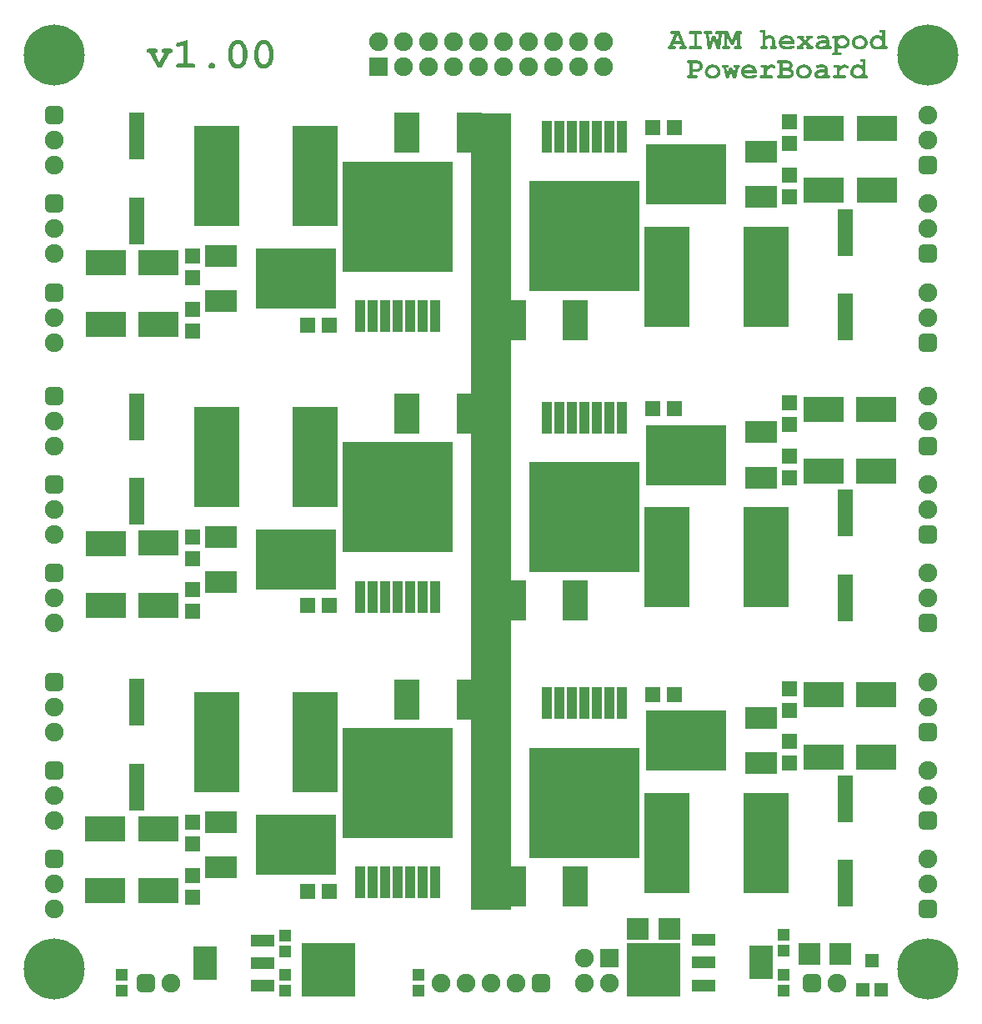
<source format=gts>
G04 Layer_Color=8388736*
%FSLAX44Y44*%
%MOMM*%
G71*
G01*
G75*
%ADD10R,1.4000X1.4000*%
%ADD41R,1.6000X1.6000*%
%ADD42R,2.6000X4.1000*%
%ADD43R,1.6000X4.8000*%
%ADD44R,4.1000X2.6000*%
%ADD45R,2.2000X2.2000*%
%ADD46R,4.6000X10.2000*%
%ADD47R,5.4000X5.4000*%
%ADD48R,5.4000X5.4000*%
%ADD49R,1.2000X1.2000*%
%ADD50R,1.6000X1.6000*%
%ADD51R,11.2000X11.2000*%
%ADD52R,1.1000X3.2000*%
%ADD53R,2.3500X3.4500*%
%ADD54R,2.3500X1.2000*%
%ADD55R,8.2000X6.2000*%
%ADD56R,3.2000X2.2000*%
%ADD57C,1.9000*%
%ADD58R,1.9000X1.9000*%
G04:AMPARAMS|DCode=59|XSize=1.9mm|YSize=1.9mm|CornerRadius=0.525mm|HoleSize=0mm|Usage=FLASHONLY|Rotation=270.000|XOffset=0mm|YOffset=0mm|HoleType=Round|Shape=RoundedRectangle|*
%AMROUNDEDRECTD59*
21,1,1.9000,0.8500,0,0,270.0*
21,1,0.8500,1.9000,0,0,270.0*
1,1,1.0500,-0.4250,-0.4250*
1,1,1.0500,-0.4250,0.4250*
1,1,1.0500,0.4250,0.4250*
1,1,1.0500,0.4250,-0.4250*
%
%ADD59ROUNDEDRECTD59*%
G04:AMPARAMS|DCode=60|XSize=1.9mm|YSize=1.9mm|CornerRadius=0.525mm|HoleSize=0mm|Usage=FLASHONLY|Rotation=0.000|XOffset=0mm|YOffset=0mm|HoleType=Round|Shape=RoundedRectangle|*
%AMROUNDEDRECTD60*
21,1,1.9000,0.8500,0,0,0.0*
21,1,0.8500,1.9000,0,0,0.0*
1,1,1.0500,0.4250,-0.4250*
1,1,1.0500,-0.4250,-0.4250*
1,1,1.0500,-0.4250,0.4250*
1,1,1.0500,0.4250,0.4250*
%
%ADD60ROUNDEDRECTD60*%
%ADD61R,1.9000X1.9000*%
%ADD62C,6.2000*%
G36*
X859478Y954559D02*
X859770Y954527D01*
X860158Y954462D01*
X860612Y954300D01*
X861097Y954106D01*
X861616Y953847D01*
X862166Y953458D01*
X862198Y953426D01*
X862328Y953329D01*
X862490Y953167D01*
X862652Y952972D01*
X862846Y952746D01*
X862976Y952487D01*
X863105Y952195D01*
X863138Y951904D01*
Y951871D01*
Y951807D01*
X863105Y951677D01*
X863073Y951515D01*
X863008Y951353D01*
X862943Y951159D01*
X862814Y950997D01*
X862652Y950803D01*
X862619Y950770D01*
X862587Y950738D01*
X862490Y950673D01*
X862360Y950576D01*
X862004Y950414D01*
X861777Y950382D01*
X861551Y950349D01*
X861454D01*
X861324Y950382D01*
X861195Y950414D01*
X861000Y950479D01*
X860773Y950608D01*
X860547Y950738D01*
X860320Y950932D01*
X860288Y950965D01*
X860223Y951029D01*
X860093Y951126D01*
X859964Y951224D01*
X859608Y951418D01*
X859413Y951483D01*
X859219Y951515D01*
X859090D01*
X858960Y951483D01*
X858733Y951418D01*
X858474Y951321D01*
X858118Y951159D01*
X857729Y950965D01*
X857276Y950673D01*
X857211Y950641D01*
X857049Y950511D01*
X856758Y950317D01*
X856402Y950058D01*
X855916Y949734D01*
X855365Y949313D01*
X854750Y948827D01*
X854070Y948244D01*
Y943581D01*
X858669D01*
X858863Y943548D01*
X859090Y943516D01*
X859640Y943387D01*
X859899Y943289D01*
X860093Y943127D01*
X860126Y943095D01*
X860158Y943063D01*
X860255Y942965D01*
X860352Y942836D01*
X860514Y942480D01*
X860547Y942285D01*
X860579Y942026D01*
Y941994D01*
Y941929D01*
X860547Y941800D01*
X860514Y941638D01*
X860450Y941476D01*
X860385Y941281D01*
X860255Y941087D01*
X860093Y940925D01*
X860061Y940893D01*
X859996Y940860D01*
X859867Y940796D01*
X859705Y940731D01*
X859478Y940634D01*
X859219Y940569D01*
X858863Y940537D01*
X858474Y940504D01*
X848953D01*
X848759Y940537D01*
X848500Y940569D01*
X847949Y940698D01*
X847722Y940796D01*
X847496Y940925D01*
X847463Y940958D01*
X847431Y940990D01*
X847366Y941087D01*
X847269Y941217D01*
X847107Y941573D01*
X847075Y941800D01*
X847042Y942026D01*
Y942059D01*
Y942156D01*
X847075Y942253D01*
X847107Y942415D01*
X847237Y942771D01*
X847334Y942965D01*
X847496Y943127D01*
X847528Y943160D01*
X847593Y943192D01*
X847722Y943257D01*
X847884Y943354D01*
X848111Y943451D01*
X848402Y943516D01*
X848759Y943548D01*
X849147Y943581D01*
X850993D01*
Y951126D01*
X849698D01*
X849503Y951159D01*
X849244Y951191D01*
X848694Y951321D01*
X848467Y951418D01*
X848241Y951547D01*
X848208Y951580D01*
X848176Y951612D01*
X848111Y951709D01*
X848014Y951839D01*
X847852Y952195D01*
X847820Y952422D01*
X847787Y952649D01*
Y952681D01*
Y952778D01*
X847820Y952875D01*
X847852Y953037D01*
X847981Y953393D01*
X848079Y953588D01*
X848241Y953750D01*
X848273Y953782D01*
X848338Y953814D01*
X848467Y953879D01*
X848629Y953976D01*
X848856Y954073D01*
X849147Y954138D01*
X849503Y954171D01*
X849892Y954203D01*
X854070D01*
Y952260D01*
X854102Y952292D01*
X854167Y952325D01*
X854264Y952390D01*
X854394Y952487D01*
X854750Y952713D01*
X855171Y953005D01*
X855657Y953329D01*
X856175Y953620D01*
X856661Y953912D01*
X857114Y954106D01*
X857179Y954138D01*
X857308Y954171D01*
X857535Y954268D01*
X857794Y954365D01*
X858118Y954430D01*
X858474Y954527D01*
X858863Y954559D01*
X859219Y954592D01*
X859284D01*
X859478Y954559D01*
D02*
G37*
G36*
X785381D02*
X785673Y954527D01*
X786061Y954462D01*
X786515Y954300D01*
X787001Y954106D01*
X787519Y953847D01*
X788069Y953458D01*
X788102Y953426D01*
X788231Y953329D01*
X788393Y953167D01*
X788555Y952972D01*
X788749Y952746D01*
X788879Y952487D01*
X789008Y952195D01*
X789041Y951904D01*
Y951871D01*
Y951807D01*
X789008Y951677D01*
X788976Y951515D01*
X788911Y951353D01*
X788846Y951159D01*
X788717Y950997D01*
X788555Y950803D01*
X788523Y950770D01*
X788490Y950738D01*
X788393Y950673D01*
X788263Y950576D01*
X787907Y950414D01*
X787681Y950382D01*
X787454Y950349D01*
X787357D01*
X787227Y950382D01*
X787098Y950414D01*
X786903Y950479D01*
X786677Y950608D01*
X786450Y950738D01*
X786223Y950932D01*
X786191Y950965D01*
X786126Y951029D01*
X785996Y951126D01*
X785867Y951224D01*
X785511Y951418D01*
X785316Y951483D01*
X785122Y951515D01*
X784993D01*
X784863Y951483D01*
X784636Y951418D01*
X784377Y951321D01*
X784021Y951159D01*
X783632Y950965D01*
X783179Y950673D01*
X783114Y950641D01*
X782952Y950511D01*
X782661Y950317D01*
X782305Y950058D01*
X781819Y949734D01*
X781268Y949313D01*
X780653Y948827D01*
X779973Y948244D01*
Y943581D01*
X784572D01*
X784766Y943548D01*
X784993Y943516D01*
X785543Y943387D01*
X785802Y943289D01*
X785996Y943127D01*
X786029Y943095D01*
X786061Y943063D01*
X786158Y942965D01*
X786256Y942836D01*
X786417Y942480D01*
X786450Y942285D01*
X786482Y942026D01*
Y941994D01*
Y941929D01*
X786450Y941800D01*
X786417Y941638D01*
X786353Y941476D01*
X786288Y941281D01*
X786158Y941087D01*
X785996Y940925D01*
X785964Y940893D01*
X785899Y940860D01*
X785770Y940796D01*
X785608Y940731D01*
X785381Y940634D01*
X785122Y940569D01*
X784766Y940537D01*
X784377Y940504D01*
X774856D01*
X774662Y940537D01*
X774403Y940569D01*
X773852Y940698D01*
X773625Y940796D01*
X773399Y940925D01*
X773366Y940958D01*
X773334Y940990D01*
X773269Y941087D01*
X773172Y941217D01*
X773010Y941573D01*
X772978Y941800D01*
X772945Y942026D01*
Y942059D01*
Y942156D01*
X772978Y942253D01*
X773010Y942415D01*
X773140Y942771D01*
X773237Y942965D01*
X773399Y943127D01*
X773431Y943160D01*
X773496Y943192D01*
X773625Y943257D01*
X773787Y943354D01*
X774014Y943451D01*
X774305Y943516D01*
X774662Y943548D01*
X775050Y943581D01*
X776896D01*
Y951126D01*
X775601D01*
X775407Y951159D01*
X775147Y951191D01*
X774597Y951321D01*
X774370Y951418D01*
X774144Y951547D01*
X774111Y951580D01*
X774079Y951612D01*
X774014Y951709D01*
X773917Y951839D01*
X773755Y952195D01*
X773723Y952422D01*
X773690Y952649D01*
Y952681D01*
Y952778D01*
X773723Y952875D01*
X773755Y953037D01*
X773885Y953393D01*
X773982Y953588D01*
X774144Y953750D01*
X774176Y953782D01*
X774241Y953814D01*
X774370Y953879D01*
X774532Y953976D01*
X774759Y954073D01*
X775050Y954138D01*
X775407Y954171D01*
X775795Y954203D01*
X779973D01*
Y952260D01*
X780005Y952292D01*
X780070Y952325D01*
X780167Y952390D01*
X780297Y952487D01*
X780653Y952713D01*
X781074Y953005D01*
X781560Y953329D01*
X782078Y953620D01*
X782564Y953912D01*
X783017Y954106D01*
X783082Y954138D01*
X783211Y954171D01*
X783438Y954268D01*
X783697Y954365D01*
X784021Y954430D01*
X784377Y954527D01*
X784766Y954559D01*
X785122Y954592D01*
X785187D01*
X785381Y954559D01*
D02*
G37*
G36*
X174389Y970530D02*
X174759Y970483D01*
X175546Y970298D01*
X175916Y970159D01*
X176194Y969928D01*
X176240Y969882D01*
X176286Y969836D01*
X176425Y969697D01*
X176564Y969511D01*
X176795Y969003D01*
X176842Y968725D01*
X176888Y968355D01*
Y968308D01*
Y968216D01*
X176842Y968031D01*
X176795Y967799D01*
X176703Y967568D01*
X176610Y967290D01*
X176425Y967012D01*
X176194Y966781D01*
X176147Y966735D01*
X176055Y966689D01*
X175870Y966596D01*
X175639Y966503D01*
X175315Y966365D01*
X174898Y966272D01*
X174435Y966226D01*
X173834Y966179D01*
X173093D01*
X165688Y951000D01*
X161061D01*
X153656Y966179D01*
X152731D01*
X152453Y966226D01*
X152083Y966272D01*
X151296Y966457D01*
X150972Y966596D01*
X150648Y966781D01*
X150602Y966827D01*
X150555Y966874D01*
X150463Y967012D01*
X150324Y967198D01*
X150093Y967707D01*
X150046Y968031D01*
X150000Y968355D01*
Y968401D01*
Y968540D01*
X150046Y968679D01*
X150093Y968910D01*
X150278Y969419D01*
X150416Y969697D01*
X150648Y969928D01*
X150694Y969974D01*
X150787Y970021D01*
X150972Y970113D01*
X151203Y970252D01*
X151527Y970391D01*
X151944Y970483D01*
X152453Y970530D01*
X153008Y970576D01*
X158839D01*
X159117Y970530D01*
X159441Y970483D01*
X160228Y970298D01*
X160598Y970159D01*
X160875Y969928D01*
X160922Y969882D01*
X160968Y969836D01*
X161107Y969697D01*
X161246Y969511D01*
X161477Y969003D01*
X161523Y968725D01*
X161570Y968355D01*
Y968308D01*
Y968169D01*
X161523Y967984D01*
X161477Y967753D01*
X161338Y967475D01*
X161199Y967198D01*
X160968Y966874D01*
X160644Y966550D01*
X160552Y966503D01*
X160413Y966457D01*
X160228Y966365D01*
X159950Y966318D01*
X159580Y966226D01*
X159117Y966179D01*
X158562D01*
X163375Y956276D01*
X168188Y966179D01*
X167632D01*
X167308Y966226D01*
X166984Y966272D01*
X166660Y966318D01*
X166383Y966411D01*
X166151Y966550D01*
X166105Y966596D01*
X166012Y966689D01*
X165874Y966874D01*
X165688Y967105D01*
X165365Y967660D01*
X165272Y967984D01*
X165226Y968355D01*
Y968401D01*
Y968540D01*
X165272Y968679D01*
X165318Y968910D01*
X165503Y969419D01*
X165642Y969697D01*
X165874Y969928D01*
X165920Y969974D01*
X166012Y970021D01*
X166198Y970113D01*
X166429Y970252D01*
X166753Y970391D01*
X167123Y970483D01*
X167632Y970530D01*
X168188Y970576D01*
X174111D01*
X174389Y970530D01*
D02*
G37*
G36*
X880334Y943581D02*
X881047D01*
X881241Y943548D01*
X881468Y943516D01*
X882018Y943387D01*
X882277Y943289D01*
X882471Y943127D01*
X882504Y943095D01*
X882536Y943063D01*
X882633Y942965D01*
X882730Y942836D01*
X882892Y942480D01*
X882925Y942285D01*
X882957Y942026D01*
Y941994D01*
Y941929D01*
X882925Y941800D01*
X882892Y941638D01*
X882828Y941476D01*
X882763Y941281D01*
X882633Y941087D01*
X882471Y940925D01*
X882439Y940893D01*
X882374Y940860D01*
X882245Y940796D01*
X882083Y940731D01*
X881856Y940634D01*
X881597Y940569D01*
X881241Y940537D01*
X880852Y940504D01*
X877258D01*
Y941249D01*
X877225Y941217D01*
X877063Y941152D01*
X876869Y941055D01*
X876577Y940893D01*
X876254Y940763D01*
X875865Y940601D01*
X875023Y940342D01*
X874958D01*
X874829Y940277D01*
X874602Y940245D01*
X874310Y940180D01*
X873954Y940116D01*
X873533Y940083D01*
X873080Y940018D01*
X872302D01*
X872044Y940051D01*
X871752Y940083D01*
X871428Y940116D01*
X871040Y940180D01*
X870619Y940277D01*
X869744Y940504D01*
X869258Y940666D01*
X868805Y940860D01*
X868352Y941087D01*
X867866Y941379D01*
X867445Y941670D01*
X867024Y942026D01*
X866991Y942059D01*
X866927Y942123D01*
X866830Y942221D01*
X866700Y942383D01*
X866538Y942577D01*
X866344Y942836D01*
X866182Y943095D01*
X865987Y943419D01*
X865761Y943743D01*
X865599Y944131D01*
X865243Y944973D01*
X865113Y945459D01*
X865016Y945945D01*
X864951Y946463D01*
X864919Y947014D01*
Y947046D01*
Y947143D01*
Y947305D01*
X864951Y947532D01*
X864984Y947823D01*
X865048Y948115D01*
X865113Y948471D01*
X865210Y948859D01*
X865469Y949702D01*
X865631Y950155D01*
X865858Y950608D01*
X866117Y951062D01*
X866408Y951483D01*
X866732Y951936D01*
X867121Y952357D01*
X867153Y952390D01*
X867218Y952454D01*
X867348Y952551D01*
X867510Y952713D01*
X867736Y952875D01*
X867995Y953070D01*
X868287Y953264D01*
X868643Y953491D01*
X869032Y953685D01*
X869453Y953879D01*
X869906Y954073D01*
X870359Y954235D01*
X870878Y954397D01*
X871428Y954494D01*
X872011Y954559D01*
X872594Y954592D01*
X872788D01*
X873047Y954559D01*
X873339D01*
X873695Y954494D01*
X874084Y954430D01*
X874537Y954333D01*
X874958Y954203D01*
X875023D01*
X875152Y954138D01*
X875379Y954041D01*
X875671Y953944D01*
X876027Y953782D01*
X876415Y953588D01*
X876836Y953361D01*
X877258Y953102D01*
Y956988D01*
X876545D01*
X876351Y957020D01*
X876092Y957053D01*
X875541Y957182D01*
X875314Y957280D01*
X875088Y957409D01*
X875055Y957441D01*
X875023Y957474D01*
X874958Y957571D01*
X874861Y957701D01*
X874699Y958057D01*
X874667Y958284D01*
X874634Y958510D01*
Y958543D01*
Y958640D01*
X874667Y958737D01*
X874699Y958899D01*
X874829Y959255D01*
X874926Y959449D01*
X875088Y959611D01*
X875120Y959644D01*
X875185Y959676D01*
X875314Y959741D01*
X875476Y959838D01*
X875703Y959935D01*
X875994Y960000D01*
X876351Y960032D01*
X876739Y960065D01*
X880334D01*
Y943581D01*
D02*
G37*
G36*
X697051Y973239D02*
X697440D01*
X697666Y973207D01*
X698152Y973109D01*
X698346Y973045D01*
X698508Y972947D01*
X698541Y972915D01*
X698606Y972850D01*
X698703Y972721D01*
X698832Y972559D01*
X699059Y972170D01*
X699124Y971944D01*
X699156Y971684D01*
Y971652D01*
Y971587D01*
X699124Y971458D01*
X699091Y971296D01*
X699027Y971134D01*
X698962Y970940D01*
X698832Y970745D01*
X698670Y970583D01*
X698638Y970551D01*
X698573Y970519D01*
X698444Y970454D01*
X698282Y970389D01*
X698055Y970292D01*
X697796Y970227D01*
X697440Y970195D01*
X697051Y970162D01*
X692776D01*
X692582Y970195D01*
X692355Y970227D01*
X691805Y970357D01*
X691546Y970454D01*
X691351Y970583D01*
X691319Y970616D01*
X691287Y970648D01*
X691222Y970745D01*
X691125Y970875D01*
X690963Y971231D01*
X690930Y971458D01*
X690898Y971684D01*
Y971717D01*
Y971814D01*
X690930Y971911D01*
X690963Y972073D01*
X691092Y972429D01*
X691189Y972624D01*
X691351Y972786D01*
X691384Y972818D01*
X691449Y972850D01*
X691578Y972915D01*
X691740Y973012D01*
X691967Y973109D01*
X692226Y973174D01*
X692582Y973207D01*
X692971Y973239D01*
X693716D01*
X692938Y975150D01*
X685490D01*
X684712Y973239D01*
X685652D01*
X685846Y973207D01*
X686073Y973174D01*
X686623Y973045D01*
X686882Y972947D01*
X687076Y972786D01*
X687109Y972753D01*
X687141Y972721D01*
X687238Y972624D01*
X687336Y972494D01*
X687497Y972138D01*
X687530Y971944D01*
X687562Y971684D01*
Y971652D01*
Y971587D01*
X687530Y971458D01*
X687497Y971296D01*
X687433Y971134D01*
X687368Y970940D01*
X687238Y970745D01*
X687076Y970583D01*
X687044Y970551D01*
X686979Y970519D01*
X686850Y970454D01*
X686688Y970389D01*
X686461Y970292D01*
X686202Y970227D01*
X685846Y970195D01*
X685457Y970162D01*
X681182D01*
X680988Y970195D01*
X680761Y970227D01*
X680243Y970357D01*
X679984Y970454D01*
X679790Y970583D01*
X679758Y970616D01*
X679725Y970648D01*
X679628Y970745D01*
X679563Y970875D01*
X679369Y971231D01*
X679336Y971458D01*
X679304Y971684D01*
Y971717D01*
Y971814D01*
X679336Y971911D01*
X679369Y972073D01*
X679434Y972267D01*
X679498Y972429D01*
X679628Y972624D01*
X679790Y972786D01*
X679822Y972818D01*
X679887Y972850D01*
X679984Y972915D01*
X680146Y973012D01*
X680373Y973109D01*
X680664Y973174D01*
X680988Y973207D01*
X681377Y973239D01*
X686267Y985351D01*
X684065D01*
X683870Y985383D01*
X683644Y985416D01*
X683093Y985545D01*
X682834Y985642D01*
X682640Y985772D01*
X682607Y985804D01*
X682575Y985837D01*
X682510Y985934D01*
X682413Y986063D01*
X682251Y986420D01*
X682219Y986646D01*
X682186Y986873D01*
Y986905D01*
Y987003D01*
X682219Y987100D01*
X682251Y987262D01*
X682381Y987618D01*
X682478Y987812D01*
X682640Y987974D01*
X682672Y988007D01*
X682737Y988039D01*
X682867Y988104D01*
X683028Y988201D01*
X683255Y988298D01*
X683514Y988363D01*
X683870Y988395D01*
X684259Y988428D01*
X690866D01*
X697051Y973239D01*
D02*
G37*
G36*
X875007Y984218D02*
X875233Y984185D01*
X875751Y984120D01*
X876367Y983991D01*
X877047Y983796D01*
X877759Y983537D01*
X878504Y983181D01*
X878537D01*
X878601Y983149D01*
X878699Y983084D01*
X878828Y982987D01*
X879184Y982760D01*
X879605Y982436D01*
X880091Y982048D01*
X880609Y981562D01*
X881063Y981011D01*
X881484Y980364D01*
Y980331D01*
X881516Y980299D01*
X881581Y980202D01*
X881646Y980072D01*
X881807Y979716D01*
X882002Y979263D01*
X882164Y978712D01*
X882326Y978097D01*
X882455Y977417D01*
X882488Y976737D01*
Y976704D01*
Y976672D01*
Y976575D01*
Y976445D01*
X882423Y976089D01*
X882358Y975635D01*
X882228Y975117D01*
X882067Y974534D01*
X881807Y973919D01*
X881484Y973271D01*
Y973239D01*
X881451Y973207D01*
X881289Y973012D01*
X881063Y972688D01*
X880739Y972332D01*
X880350Y971911D01*
X879832Y971458D01*
X879217Y971037D01*
X878537Y970648D01*
X878504D01*
X878439Y970616D01*
X878342Y970551D01*
X878213Y970486D01*
X878018Y970422D01*
X877824Y970357D01*
X877306Y970162D01*
X876691Y970000D01*
X876011Y969838D01*
X875233Y969709D01*
X874456Y969677D01*
X874100D01*
X873906Y969709D01*
X873679Y969741D01*
X873161Y969806D01*
X872545Y969903D01*
X871865Y970065D01*
X871153Y970292D01*
X870408Y970616D01*
X870376D01*
X870311Y970648D01*
X870214Y970713D01*
X870084Y970810D01*
X869760Y971004D01*
X869339Y971328D01*
X868854Y971684D01*
X868368Y972138D01*
X867914Y972688D01*
X867493Y973271D01*
Y973304D01*
X867461Y973336D01*
X867396Y973433D01*
X867331Y973563D01*
X867169Y973887D01*
X867008Y974340D01*
X866813Y974858D01*
X866651Y975473D01*
X866522Y976089D01*
X866489Y976769D01*
Y976801D01*
Y976866D01*
Y976963D01*
X866522Y977093D01*
X866554Y977449D01*
X866619Y977902D01*
X866749Y978453D01*
X866910Y979068D01*
X867169Y979716D01*
X867493Y980396D01*
Y980428D01*
X867558Y980461D01*
X867590Y980558D01*
X867688Y980687D01*
X867914Y981011D01*
X868238Y981432D01*
X868659Y981853D01*
X869177Y982339D01*
X869760Y982793D01*
X870440Y983214D01*
X870473D01*
X870538Y983246D01*
X870635Y983311D01*
X870764Y983375D01*
X870959Y983440D01*
X871153Y983537D01*
X871671Y983732D01*
X872286Y983926D01*
X872966Y984088D01*
X873679Y984218D01*
X874456Y984250D01*
X874812D01*
X875007Y984218D01*
D02*
G37*
G36*
X800715D02*
X801169Y984153D01*
X801687Y984088D01*
X802270Y983958D01*
X802885Y983796D01*
X803468Y983570D01*
X803501D01*
X803533Y983537D01*
X803727Y983473D01*
X804019Y983311D01*
X804375Y983149D01*
X804731Y982954D01*
X805152Y982695D01*
X805508Y982436D01*
X805832Y982145D01*
X805865Y982080D01*
X806027Y981951D01*
X806221Y981691D01*
X806448Y981368D01*
X806739Y980979D01*
X807031Y980493D01*
X807322Y979975D01*
X807614Y979392D01*
X807646Y979327D01*
X807678Y979198D01*
X807775Y978939D01*
X807873Y978615D01*
X807937Y978226D01*
X808035Y977773D01*
X808067Y977287D01*
X808099Y976737D01*
X808132Y975441D01*
X795437D01*
X795469Y975376D01*
X795534Y975247D01*
X795631Y975020D01*
X795825Y974729D01*
X796052Y974405D01*
X796344Y974081D01*
X796700Y973757D01*
X797121Y973466D01*
X797186Y973433D01*
X797347Y973369D01*
X797607Y973239D01*
X797995Y973109D01*
X798481Y972980D01*
X799064Y972850D01*
X799712Y972786D01*
X800456Y972753D01*
X800780D01*
X800942Y972786D01*
X801136D01*
X801396Y972818D01*
X801687Y972850D01*
X801979Y972883D01*
X802335Y972915D01*
X803112Y973045D01*
X804019Y973239D01*
X805023Y973466D01*
X805088D01*
X805217Y973530D01*
X805411Y973563D01*
X805670Y973628D01*
X806189Y973725D01*
X806448Y973790D01*
X806739D01*
X806869Y973757D01*
X806998Y973725D01*
X807354Y973595D01*
X807516Y973498D01*
X807678Y973336D01*
X807711Y973304D01*
X807743Y973271D01*
X807808Y973174D01*
X807905Y973045D01*
X808067Y972688D01*
X808099Y972494D01*
X808132Y972235D01*
Y972203D01*
Y972138D01*
X808099Y972041D01*
X808067Y971879D01*
X807937Y971555D01*
X807840Y971393D01*
X807678Y971231D01*
X807646Y971199D01*
X807549Y971134D01*
X807354Y971037D01*
X807095Y970907D01*
X806674Y970745D01*
X806448Y970648D01*
X806189Y970551D01*
X805865Y970454D01*
X805541Y970357D01*
X805152Y970259D01*
X804731Y970162D01*
X804699D01*
X804634Y970130D01*
X804504D01*
X804343Y970098D01*
X804116Y970065D01*
X803889Y970000D01*
X803598Y969968D01*
X803306Y969936D01*
X802594Y969838D01*
X801849Y969741D01*
X801039Y969709D01*
X800230Y969677D01*
X799874D01*
X799614Y969709D01*
X799291Y969741D01*
X798934Y969774D01*
X798546Y969838D01*
X798092Y969936D01*
X797153Y970195D01*
X796667Y970357D01*
X796182Y970551D01*
X795696Y970778D01*
X795210Y971069D01*
X794724Y971393D01*
X794303Y971749D01*
X794271Y971782D01*
X794206Y971846D01*
X794109Y971976D01*
X793947Y972138D01*
X793785Y972332D01*
X793623Y972591D01*
X793397Y972850D01*
X793202Y973174D01*
X793008Y973530D01*
X792814Y973919D01*
X792457Y974826D01*
X792295Y975279D01*
X792198Y975797D01*
X792133Y976348D01*
X792101Y976898D01*
Y976931D01*
Y977028D01*
X792133Y977222D01*
Y977449D01*
X792166Y977708D01*
X792231Y978032D01*
X792295Y978388D01*
X792393Y978777D01*
X792522Y979198D01*
X792684Y979619D01*
X792878Y980072D01*
X793105Y980526D01*
X793397Y980979D01*
X793720Y981400D01*
X794077Y981821D01*
X794498Y982210D01*
X794530Y982242D01*
X794595Y982307D01*
X794724Y982404D01*
X794919Y982533D01*
X795145Y982695D01*
X795437Y982857D01*
X795728Y983052D01*
X796084Y983246D01*
X796473Y983408D01*
X796894Y983602D01*
X797833Y983926D01*
X798351Y984055D01*
X798902Y984153D01*
X799453Y984218D01*
X800035Y984250D01*
X800359D01*
X800715Y984218D01*
D02*
G37*
G36*
X818220Y954559D02*
X818446Y954527D01*
X818964Y954462D01*
X819580Y954333D01*
X820260Y954138D01*
X820972Y953879D01*
X821717Y953523D01*
X821750D01*
X821814Y953491D01*
X821911Y953426D01*
X822041Y953329D01*
X822397Y953102D01*
X822818Y952778D01*
X823304Y952390D01*
X823822Y951904D01*
X824276Y951353D01*
X824697Y950705D01*
Y950673D01*
X824729Y950641D01*
X824794Y950544D01*
X824858Y950414D01*
X825020Y950058D01*
X825215Y949604D01*
X825377Y949054D01*
X825539Y948438D01*
X825668Y947758D01*
X825701Y947078D01*
Y947046D01*
Y947014D01*
Y946916D01*
Y946787D01*
X825636Y946431D01*
X825571Y945977D01*
X825442Y945459D01*
X825279Y944876D01*
X825020Y944261D01*
X824697Y943613D01*
Y943581D01*
X824664Y943548D01*
X824502Y943354D01*
X824276Y943030D01*
X823952Y942674D01*
X823563Y942253D01*
X823045Y941800D01*
X822430Y941379D01*
X821750Y940990D01*
X821717D01*
X821652Y940958D01*
X821555Y940893D01*
X821426Y940828D01*
X821231Y940763D01*
X821037Y940698D01*
X820519Y940504D01*
X819904Y940342D01*
X819223Y940180D01*
X818446Y940051D01*
X817669Y940018D01*
X817313D01*
X817119Y940051D01*
X816892Y940083D01*
X816374Y940148D01*
X815758Y940245D01*
X815078Y940407D01*
X814366Y940634D01*
X813621Y940958D01*
X813588D01*
X813524Y940990D01*
X813427Y941055D01*
X813297Y941152D01*
X812973Y941346D01*
X812552Y941670D01*
X812066Y942026D01*
X811581Y942480D01*
X811127Y943030D01*
X810706Y943613D01*
Y943645D01*
X810674Y943678D01*
X810609Y943775D01*
X810544Y943905D01*
X810382Y944229D01*
X810220Y944682D01*
X810026Y945200D01*
X809864Y945815D01*
X809735Y946431D01*
X809702Y947111D01*
Y947143D01*
Y947208D01*
Y947305D01*
X809735Y947435D01*
X809767Y947791D01*
X809832Y948244D01*
X809961Y948795D01*
X810123Y949410D01*
X810382Y950058D01*
X810706Y950738D01*
Y950770D01*
X810771Y950803D01*
X810803Y950900D01*
X810901Y951029D01*
X811127Y951353D01*
X811451Y951774D01*
X811872Y952195D01*
X812390Y952681D01*
X812973Y953134D01*
X813653Y953555D01*
X813686D01*
X813751Y953588D01*
X813848Y953652D01*
X813977Y953717D01*
X814172Y953782D01*
X814366Y953879D01*
X814884Y954073D01*
X815499Y954268D01*
X816179Y954430D01*
X816892Y954559D01*
X817669Y954592D01*
X818025D01*
X818220Y954559D01*
D02*
G37*
G36*
X708758Y958737D02*
X709017Y958705D01*
X709341Y958672D01*
X709665Y958640D01*
X710054Y958543D01*
X710831Y958348D01*
X711673Y958057D01*
X712094Y957862D01*
X712483Y957636D01*
X712871Y957344D01*
X713227Y957053D01*
X713260Y957020D01*
X713292Y956988D01*
X713389Y956891D01*
X713519Y956761D01*
X713648Y956567D01*
X713810Y956373D01*
X714167Y955887D01*
X714490Y955272D01*
X714782Y954559D01*
X714911Y954171D01*
X715009Y953750D01*
X715041Y953329D01*
X715073Y952875D01*
Y952811D01*
Y952649D01*
X715041Y952390D01*
X715009Y952033D01*
X714911Y951645D01*
X714814Y951224D01*
X714652Y950770D01*
X714426Y950317D01*
X714393Y950285D01*
X714329Y950155D01*
X714231Y949993D01*
X714069Y949766D01*
X713843Y949475D01*
X713584Y949183D01*
X713260Y948827D01*
X712871Y948503D01*
X712839Y948471D01*
X712677Y948374D01*
X712483Y948212D01*
X712191Y948018D01*
X711867Y947791D01*
X711479Y947564D01*
X711058Y947370D01*
X710637Y947176D01*
X710572Y947143D01*
X710442Y947111D01*
X710183Y947046D01*
X709827Y946981D01*
X709406Y946884D01*
X708888Y946819D01*
X708305Y946787D01*
X707625Y946755D01*
X704710D01*
Y943581D01*
X708013D01*
X708208Y943548D01*
X708434Y943516D01*
X708985Y943387D01*
X709244Y943289D01*
X709438Y943127D01*
X709471Y943095D01*
X709503Y943063D01*
X709600Y942965D01*
X709697Y942836D01*
X709859Y942480D01*
X709892Y942285D01*
X709924Y942026D01*
Y941994D01*
Y941929D01*
X709892Y941800D01*
X709859Y941638D01*
X709795Y941476D01*
X709730Y941281D01*
X709600Y941087D01*
X709438Y940925D01*
X709406Y940893D01*
X709341Y940860D01*
X709212Y940796D01*
X709050Y940731D01*
X708823Y940634D01*
X708564Y940569D01*
X708208Y940537D01*
X707819Y940504D01*
X700954D01*
X700759Y940537D01*
X700500Y940569D01*
X699950Y940698D01*
X699723Y940796D01*
X699496Y940925D01*
X699464Y940958D01*
X699431Y940990D01*
X699367Y941087D01*
X699269Y941217D01*
X699108Y941573D01*
X699075Y941800D01*
X699043Y942026D01*
Y942059D01*
Y942156D01*
X699075Y942253D01*
X699108Y942415D01*
X699237Y942771D01*
X699334Y942965D01*
X699496Y943127D01*
X699529Y943160D01*
X699593Y943192D01*
X699723Y943257D01*
X699885Y943354D01*
X700111Y943451D01*
X700403Y943516D01*
X700759Y943548D01*
X701148Y943581D01*
X701634D01*
Y955693D01*
X700954D01*
X700759Y955725D01*
X700500Y955758D01*
X699950Y955887D01*
X699723Y955984D01*
X699496Y956114D01*
X699464Y956146D01*
X699431Y956179D01*
X699367Y956276D01*
X699269Y956405D01*
X699108Y956761D01*
X699075Y956988D01*
X699043Y957215D01*
Y957247D01*
Y957344D01*
X699075Y957441D01*
X699108Y957604D01*
X699237Y957960D01*
X699334Y958154D01*
X699496Y958316D01*
X699529Y958348D01*
X699593Y958381D01*
X699723Y958446D01*
X699885Y958543D01*
X700111Y958640D01*
X700403Y958705D01*
X700759Y958737D01*
X701148Y958769D01*
X708532D01*
X708758Y958737D01*
D02*
G37*
G36*
X800537D02*
X800797D01*
X801056Y958705D01*
X801703Y958575D01*
X802416Y958381D01*
X803161Y958122D01*
X803873Y957733D01*
X804229Y957474D01*
X804553Y957215D01*
X804585Y957182D01*
X804618Y957150D01*
X804715Y957053D01*
X804812Y956956D01*
X805104Y956600D01*
X805427Y956179D01*
X805719Y955628D01*
X806011Y955013D01*
X806205Y954300D01*
X806237Y953912D01*
X806270Y953523D01*
Y953491D01*
Y953361D01*
X806237Y953167D01*
X806205Y952908D01*
X806172Y952616D01*
X806108Y952292D01*
X805978Y951969D01*
X805848Y951612D01*
X805816Y951580D01*
X805784Y951450D01*
X805687Y951288D01*
X805557Y951094D01*
X805395Y950835D01*
X805201Y950576D01*
X804942Y950285D01*
X804683Y949993D01*
X804715D01*
X804747Y949961D01*
X804909Y949831D01*
X805168Y949669D01*
X805492Y949410D01*
X805848Y949119D01*
X806205Y948762D01*
X806561Y948374D01*
X806852Y947953D01*
X806885Y947888D01*
X806982Y947758D01*
X807079Y947499D01*
X807241Y947176D01*
X807371Y946787D01*
X807468Y946333D01*
X807565Y945848D01*
X807597Y945297D01*
Y945232D01*
Y945103D01*
X807565Y944876D01*
X807533Y944585D01*
X807468Y944261D01*
X807371Y943905D01*
X807241Y943516D01*
X807047Y943127D01*
X807014Y943095D01*
X806982Y942998D01*
X806885Y942868D01*
X806788Y942706D01*
X806464Y942318D01*
X806075Y941929D01*
X806043Y941897D01*
X805946Y941832D01*
X805784Y941702D01*
X805557Y941573D01*
X805298Y941379D01*
X804974Y941217D01*
X804618Y941055D01*
X804197Y940893D01*
X804132D01*
X804003Y940828D01*
X803776Y940763D01*
X803452Y940698D01*
X803031Y940634D01*
X802545Y940569D01*
X802027Y940537D01*
X801412Y940504D01*
X792150D01*
X791955Y940537D01*
X791696Y940569D01*
X791146Y940698D01*
X790919Y940796D01*
X790692Y940925D01*
X790660Y940958D01*
X790628Y940990D01*
X790563Y941087D01*
X790466Y941217D01*
X790304Y941573D01*
X790271Y941800D01*
X790239Y942026D01*
Y942059D01*
Y942156D01*
X790271Y942253D01*
X790304Y942415D01*
X790433Y942771D01*
X790530Y942965D01*
X790692Y943127D01*
X790725Y943160D01*
X790789Y943192D01*
X790919Y943257D01*
X791081Y943354D01*
X791308Y943451D01*
X791599Y943516D01*
X791955Y943548D01*
X792344Y943581D01*
X792830D01*
Y955693D01*
X792150D01*
X791955Y955725D01*
X791696Y955758D01*
X791146Y955887D01*
X790919Y955984D01*
X790692Y956114D01*
X790660Y956146D01*
X790628Y956179D01*
X790563Y956276D01*
X790466Y956405D01*
X790304Y956761D01*
X790271Y956988D01*
X790239Y957215D01*
Y957247D01*
Y957344D01*
X790271Y957441D01*
X790304Y957604D01*
X790433Y957960D01*
X790530Y958154D01*
X790692Y958316D01*
X790725Y958348D01*
X790789Y958381D01*
X790919Y958446D01*
X791081Y958543D01*
X791308Y958640D01*
X791599Y958705D01*
X791955Y958737D01*
X792344Y958769D01*
X800343D01*
X800537Y958737D01*
D02*
G37*
G36*
X751474Y954171D02*
X751604Y954138D01*
X751960Y954009D01*
X752122Y953912D01*
X752316Y953750D01*
X752348Y953717D01*
X752381Y953685D01*
X752478Y953588D01*
X752575Y953458D01*
X752737Y953102D01*
X752769Y952908D01*
X752802Y952649D01*
Y952616D01*
Y952551D01*
X752769Y952422D01*
X752737Y952260D01*
X752672Y952098D01*
X752608Y951904D01*
X752478Y951709D01*
X752316Y951547D01*
X752284Y951515D01*
X752219Y951483D01*
X752122Y951418D01*
X751992Y951353D01*
X751668Y951191D01*
X751474Y951159D01*
X751247Y951126D01*
X748689Y940504D01*
X745839D01*
X743572Y946172D01*
X741370Y940504D01*
X738520D01*
X735929Y951126D01*
X735832D01*
X735735Y951159D01*
X735573Y951191D01*
X735249Y951321D01*
X735055Y951418D01*
X734861Y951547D01*
X734828Y951580D01*
X734796Y951612D01*
X734731Y951709D01*
X734634Y951839D01*
X734472Y952195D01*
X734440Y952422D01*
X734407Y952649D01*
Y952681D01*
Y952778D01*
X734440Y952875D01*
X734472Y953037D01*
X734602Y953393D01*
X734699Y953588D01*
X734861Y953750D01*
X734893Y953782D01*
X734958Y953814D01*
X735055Y953879D01*
X735184Y953976D01*
X735508Y954138D01*
X735703Y954171D01*
X735929Y954203D01*
X739265D01*
X739492Y954171D01*
X739751Y954138D01*
X740301Y954009D01*
X740560Y953912D01*
X740787Y953750D01*
X740819Y953717D01*
X740852Y953685D01*
X740949Y953588D01*
X741046Y953458D01*
X741208Y953102D01*
X741240Y952908D01*
X741273Y952649D01*
Y952616D01*
Y952551D01*
X741240Y952422D01*
X741208Y952260D01*
X741143Y952066D01*
X741046Y951871D01*
X740917Y951677D01*
X740722Y951483D01*
X740690D01*
X740625Y951418D01*
X740528Y951385D01*
X740366Y951321D01*
X740139Y951256D01*
X739848Y951191D01*
X739492Y951159D01*
X739071Y951126D01*
X740269Y946172D01*
X742212Y951224D01*
X744900D01*
X746843Y946172D01*
X748074Y951126D01*
X747653D01*
X747426Y951159D01*
X747167Y951191D01*
X746908Y951224D01*
X746681Y951288D01*
X746519Y951385D01*
X746487Y951418D01*
X746422Y951483D01*
X746325Y951612D01*
X746228Y951774D01*
X746001Y952163D01*
X745936Y952390D01*
X745904Y952649D01*
Y952681D01*
Y952778D01*
X745936Y952875D01*
X745969Y953037D01*
X746098Y953393D01*
X746195Y953588D01*
X746357Y953750D01*
X746390Y953782D01*
X746454Y953814D01*
X746584Y953879D01*
X746746Y953976D01*
X747005Y954073D01*
X747296Y954138D01*
X747653Y954171D01*
X748074Y954203D01*
X751345D01*
X751474Y954171D01*
D02*
G37*
G36*
X725599Y954559D02*
X725825Y954527D01*
X726343Y954462D01*
X726959Y954333D01*
X727639Y954138D01*
X728351Y953879D01*
X729096Y953523D01*
X729128D01*
X729193Y953491D01*
X729290Y953426D01*
X729420Y953329D01*
X729776Y953102D01*
X730197Y952778D01*
X730683Y952390D01*
X731201Y951904D01*
X731655Y951353D01*
X732076Y950705D01*
Y950673D01*
X732108Y950641D01*
X732173Y950544D01*
X732237Y950414D01*
X732399Y950058D01*
X732594Y949604D01*
X732756Y949054D01*
X732917Y948438D01*
X733047Y947758D01*
X733079Y947078D01*
Y947046D01*
Y947014D01*
Y946916D01*
Y946787D01*
X733015Y946431D01*
X732950Y945977D01*
X732820Y945459D01*
X732658Y944876D01*
X732399Y944261D01*
X732076Y943613D01*
Y943581D01*
X732043Y943548D01*
X731881Y943354D01*
X731655Y943030D01*
X731331Y942674D01*
X730942Y942253D01*
X730424Y941800D01*
X729809Y941379D01*
X729128Y940990D01*
X729096D01*
X729031Y940958D01*
X728934Y940893D01*
X728805Y940828D01*
X728610Y940763D01*
X728416Y940698D01*
X727898Y940504D01*
X727282Y940342D01*
X726602Y940180D01*
X725825Y940051D01*
X725048Y940018D01*
X724692D01*
X724497Y940051D01*
X724271Y940083D01*
X723753Y940148D01*
X723137Y940245D01*
X722457Y940407D01*
X721745Y940634D01*
X721000Y940958D01*
X720967D01*
X720903Y940990D01*
X720806Y941055D01*
X720676Y941152D01*
X720352Y941346D01*
X719931Y941670D01*
X719445Y942026D01*
X718960Y942480D01*
X718506Y943030D01*
X718085Y943613D01*
Y943645D01*
X718053Y943678D01*
X717988Y943775D01*
X717923Y943905D01*
X717761Y944229D01*
X717599Y944682D01*
X717405Y945200D01*
X717243Y945815D01*
X717114Y946431D01*
X717081Y947111D01*
Y947143D01*
Y947208D01*
Y947305D01*
X717114Y947435D01*
X717146Y947791D01*
X717211Y948244D01*
X717340Y948795D01*
X717502Y949410D01*
X717761Y950058D01*
X718085Y950738D01*
Y950770D01*
X718150Y950803D01*
X718182Y950900D01*
X718279Y951029D01*
X718506Y951353D01*
X718830Y951774D01*
X719251Y952195D01*
X719769Y952681D01*
X720352Y953134D01*
X721032Y953555D01*
X721065D01*
X721129Y953588D01*
X721227Y953652D01*
X721356Y953717D01*
X721550Y953782D01*
X721745Y953879D01*
X722263Y954073D01*
X722878Y954268D01*
X723558Y954430D01*
X724271Y954559D01*
X725048Y954592D01*
X725404D01*
X725599Y954559D01*
D02*
G37*
G36*
X836485D02*
X836711D01*
X836971Y954527D01*
X837618Y954430D01*
X838331Y954300D01*
X839075Y954073D01*
X839788Y953750D01*
X840436Y953329D01*
X840468D01*
X840500Y953264D01*
X840695Y953102D01*
X840954Y952811D01*
X841245Y952454D01*
X841537Y951969D01*
X841796Y951385D01*
X841990Y950705D01*
X842023Y950317D01*
X842055Y949928D01*
Y943581D01*
X842767D01*
X842962Y943548D01*
X843188Y943516D01*
X843739Y943387D01*
X843998Y943289D01*
X844192Y943127D01*
X844225Y943095D01*
X844257Y943063D01*
X844354Y942965D01*
X844451Y942836D01*
X844613Y942480D01*
X844646Y942285D01*
X844678Y942026D01*
Y941994D01*
Y941929D01*
X844646Y941800D01*
X844613Y941638D01*
X844549Y941476D01*
X844484Y941281D01*
X844354Y941087D01*
X844192Y940925D01*
X844160Y940893D01*
X844095Y940860D01*
X843966Y940796D01*
X843804Y940731D01*
X843577Y940634D01*
X843318Y940569D01*
X842962Y940537D01*
X842573Y940504D01*
X838978D01*
Y941217D01*
X838914Y941184D01*
X838784Y941120D01*
X838525Y941022D01*
X838233Y940860D01*
X837845Y940731D01*
X837392Y940569D01*
X836906Y940439D01*
X836388Y940310D01*
X836323D01*
X836161Y940277D01*
X835902Y940213D01*
X835546Y940180D01*
X835157Y940116D01*
X834736Y940051D01*
X833829Y940018D01*
X833603D01*
X833408Y940051D01*
X833214D01*
X832955Y940083D01*
X832404Y940180D01*
X831757Y940342D01*
X831109Y940569D01*
X830429Y940893D01*
X829813Y941314D01*
X829781D01*
X829749Y941379D01*
X829587Y941541D01*
X829328Y941800D01*
X829036Y942156D01*
X828745Y942609D01*
X828518Y943095D01*
X828324Y943645D01*
X828291Y943937D01*
X828259Y944229D01*
Y944261D01*
Y944326D01*
Y944423D01*
X828291Y944552D01*
X828356Y944909D01*
X828518Y945394D01*
X828745Y945945D01*
X828907Y946236D01*
X829101Y946528D01*
X829328Y946852D01*
X829587Y947176D01*
X829878Y947467D01*
X830234Y947791D01*
X830267Y947823D01*
X830332Y947856D01*
X830429Y947953D01*
X830591Y948050D01*
X830785Y948179D01*
X831044Y948309D01*
X831336Y948471D01*
X831659Y948633D01*
X832016Y948795D01*
X832437Y948957D01*
X832890Y949086D01*
X833376Y949216D01*
X833894Y949313D01*
X834477Y949410D01*
X835060Y949442D01*
X835707Y949475D01*
X836258D01*
X836647Y949442D01*
X837132Y949410D01*
X837683Y949345D01*
X838298Y949248D01*
X838978Y949151D01*
Y949896D01*
Y949928D01*
Y950025D01*
X838946Y950155D01*
X838914Y950317D01*
X838817Y950479D01*
X838719Y950705D01*
X838557Y950867D01*
X838363Y951062D01*
X838331Y951094D01*
X838233Y951126D01*
X838104Y951191D01*
X837877Y951288D01*
X837553Y951385D01*
X837165Y951450D01*
X836679Y951483D01*
X836096Y951515D01*
X835837D01*
X835546Y951483D01*
X835157Y951450D01*
X834639Y951385D01*
X834024Y951288D01*
X833311Y951159D01*
X832534Y950965D01*
X832501D01*
X832404Y950932D01*
X832242Y950900D01*
X832080Y950867D01*
X831659Y950803D01*
X831465Y950770D01*
X831174D01*
X831044Y950803D01*
X830915Y950835D01*
X830591Y950965D01*
X830396Y951062D01*
X830234Y951191D01*
X830202Y951224D01*
X830170Y951288D01*
X830105Y951385D01*
X830040Y951515D01*
X829878Y951871D01*
X829846Y952066D01*
X829813Y952325D01*
Y952357D01*
Y952390D01*
X829846Y952551D01*
X829878Y952778D01*
X829943Y953005D01*
X829975Y953070D01*
X830072Y953167D01*
X830202Y953329D01*
X830364Y953458D01*
X830429Y953491D01*
X830493Y953523D01*
X830623Y953588D01*
X830785Y953652D01*
X830979Y953717D01*
X831206Y953782D01*
X831497Y953879D01*
X831562D01*
X831692Y953944D01*
X831918Y954009D01*
X832210Y954073D01*
X832566Y954138D01*
X832955Y954235D01*
X833829Y954397D01*
X833894D01*
X834024Y954430D01*
X834250Y954462D01*
X834542Y954494D01*
X834898Y954527D01*
X835254Y954559D01*
X835999Y954592D01*
X836258D01*
X836485Y954559D01*
D02*
G37*
G36*
X762453D02*
X762906Y954494D01*
X763424Y954430D01*
X764007Y954300D01*
X764622Y954138D01*
X765205Y953912D01*
X765238D01*
X765270Y953879D01*
X765464Y953814D01*
X765756Y953652D01*
X766112Y953491D01*
X766468Y953296D01*
X766889Y953037D01*
X767246Y952778D01*
X767570Y952487D01*
X767602Y952422D01*
X767764Y952292D01*
X767958Y952033D01*
X768185Y951709D01*
X768476Y951321D01*
X768768Y950835D01*
X769059Y950317D01*
X769351Y949734D01*
X769383Y949669D01*
X769415Y949540D01*
X769513Y949280D01*
X769610Y948957D01*
X769675Y948568D01*
X769772Y948115D01*
X769804Y947629D01*
X769836Y947078D01*
X769869Y945783D01*
X757174D01*
X757206Y945718D01*
X757271Y945589D01*
X757368Y945362D01*
X757562Y945070D01*
X757789Y944747D01*
X758081Y944423D01*
X758437Y944099D01*
X758858Y943808D01*
X758923Y943775D01*
X759085Y943710D01*
X759344Y943581D01*
X759732Y943451D01*
X760218Y943322D01*
X760801Y943192D01*
X761449Y943127D01*
X762194Y943095D01*
X762517D01*
X762679Y943127D01*
X762874D01*
X763133Y943160D01*
X763424Y943192D01*
X763716Y943224D01*
X764072Y943257D01*
X764849Y943387D01*
X765756Y943581D01*
X766760Y943808D01*
X766825D01*
X766954Y943872D01*
X767149Y943905D01*
X767408Y943969D01*
X767926Y944066D01*
X768185Y944131D01*
X768476D01*
X768606Y944099D01*
X768735Y944066D01*
X769092Y943937D01*
X769253Y943840D01*
X769415Y943678D01*
X769448Y943645D01*
X769480Y943613D01*
X769545Y943516D01*
X769642Y943387D01*
X769804Y943030D01*
X769836Y942836D01*
X769869Y942577D01*
Y942544D01*
Y942480D01*
X769836Y942383D01*
X769804Y942221D01*
X769675Y941897D01*
X769577Y941735D01*
X769415Y941573D01*
X769383Y941541D01*
X769286Y941476D01*
X769092Y941379D01*
X768832Y941249D01*
X768411Y941087D01*
X768185Y940990D01*
X767926Y940893D01*
X767602Y940796D01*
X767278Y940698D01*
X766889Y940601D01*
X766468Y940504D01*
X766436D01*
X766371Y940472D01*
X766242D01*
X766080Y940439D01*
X765853Y940407D01*
X765626Y940342D01*
X765335Y940310D01*
X765043Y940277D01*
X764331Y940180D01*
X763586Y940083D01*
X762776Y940051D01*
X761967Y940018D01*
X761611D01*
X761351Y940051D01*
X761028Y940083D01*
X760671Y940116D01*
X760283Y940180D01*
X759829Y940277D01*
X758890Y940537D01*
X758404Y940698D01*
X757919Y940893D01*
X757433Y941120D01*
X756947Y941411D01*
X756461Y941735D01*
X756040Y942091D01*
X756008Y942123D01*
X755943Y942188D01*
X755846Y942318D01*
X755684Y942480D01*
X755522Y942674D01*
X755360Y942933D01*
X755134Y943192D01*
X754939Y943516D01*
X754745Y943872D01*
X754551Y944261D01*
X754194Y945168D01*
X754033Y945621D01*
X753935Y946139D01*
X753871Y946690D01*
X753838Y947240D01*
Y947273D01*
Y947370D01*
X753871Y947564D01*
Y947791D01*
X753903Y948050D01*
X753968Y948374D01*
X754033Y948730D01*
X754130Y949119D01*
X754259Y949540D01*
X754421Y949961D01*
X754615Y950414D01*
X754842Y950867D01*
X755134Y951321D01*
X755458Y951742D01*
X755814Y952163D01*
X756235Y952551D01*
X756267Y952584D01*
X756332Y952649D01*
X756461Y952746D01*
X756656Y952875D01*
X756882Y953037D01*
X757174Y953199D01*
X757465Y953393D01*
X757822Y953588D01*
X758210Y953750D01*
X758631Y953944D01*
X759570Y954268D01*
X760089Y954397D01*
X760639Y954494D01*
X761190Y954559D01*
X761773Y954592D01*
X762096D01*
X762453Y954559D01*
D02*
G37*
G36*
X753271Y988395D02*
X753498Y988363D01*
X754049Y988233D01*
X754308Y988136D01*
X754502Y987974D01*
X754535Y987942D01*
X754567Y987909D01*
X754664Y987812D01*
X754761Y987683D01*
X754923Y987326D01*
X754956Y987132D01*
X754988Y986873D01*
Y986841D01*
Y986776D01*
X754956Y986646D01*
X754923Y986484D01*
X754858Y986322D01*
X754794Y986128D01*
X754664Y985934D01*
X754502Y985772D01*
X754470Y985740D01*
X754405Y985707D01*
X754275Y985642D01*
X754113Y985578D01*
X753887Y985480D01*
X753628Y985416D01*
X753271Y985383D01*
X752883Y985351D01*
Y973239D01*
X753077D01*
X753271Y973207D01*
X753498Y973174D01*
X754049Y973045D01*
X754308Y972947D01*
X754502Y972786D01*
X754535Y972753D01*
X754567Y972721D01*
X754664Y972624D01*
X754761Y972494D01*
X754923Y972138D01*
X754956Y971944D01*
X754988Y971684D01*
Y971652D01*
Y971587D01*
X754956Y971458D01*
X754923Y971296D01*
X754858Y971134D01*
X754794Y970940D01*
X754664Y970745D01*
X754502Y970583D01*
X754470Y970551D01*
X754405Y970519D01*
X754275Y970454D01*
X754113Y970389D01*
X753887Y970292D01*
X753628Y970227D01*
X753271Y970195D01*
X752883Y970162D01*
X748478D01*
X748284Y970195D01*
X748025Y970227D01*
X747475Y970357D01*
X747248Y970454D01*
X747021Y970583D01*
X746989Y970616D01*
X746956Y970648D01*
X746892Y970745D01*
X746795Y970875D01*
X746633Y971231D01*
X746600Y971458D01*
X746568Y971684D01*
Y971717D01*
Y971814D01*
X746600Y971911D01*
X746633Y972073D01*
X746762Y972429D01*
X746859Y972624D01*
X747021Y972786D01*
X747054Y972818D01*
X747118Y972850D01*
X747248Y972915D01*
X747410Y973012D01*
X747636Y973109D01*
X747928Y973174D01*
X748284Y973207D01*
X748673Y973239D01*
X749806D01*
Y982436D01*
X746211Y974502D01*
X743556D01*
X739929Y982436D01*
Y973239D01*
X741224D01*
X741419Y973207D01*
X741645Y973174D01*
X742196Y973045D01*
X742455Y972947D01*
X742649Y972786D01*
X742682Y972753D01*
X742714Y972721D01*
X742811Y972624D01*
X742908Y972494D01*
X743070Y972138D01*
X743103Y971944D01*
X743135Y971684D01*
Y971652D01*
Y971587D01*
X743103Y971458D01*
X743070Y971296D01*
X743005Y971134D01*
X742941Y970940D01*
X742811Y970745D01*
X742649Y970583D01*
X742617Y970551D01*
X742552Y970519D01*
X742422Y970454D01*
X742261Y970389D01*
X742034Y970292D01*
X741775Y970227D01*
X741419Y970195D01*
X741030Y970162D01*
X736658D01*
X736464Y970195D01*
X736205Y970227D01*
X735686Y970357D01*
X735427Y970454D01*
X735233Y970583D01*
X735201Y970616D01*
X735168Y970648D01*
X735071Y970745D01*
X735006Y970875D01*
X734812Y971231D01*
X734780Y971458D01*
X734747Y971684D01*
Y971717D01*
Y971814D01*
X734780Y971911D01*
X734812Y972073D01*
X734877Y972267D01*
X734942Y972429D01*
X735071Y972624D01*
X735233Y972786D01*
X735265Y972818D01*
X735330Y972850D01*
X735427Y972915D01*
X735622Y973012D01*
X735816Y973109D01*
X736107Y973174D01*
X736464Y973207D01*
X736852Y973239D01*
Y985351D01*
X736658D01*
X736464Y985383D01*
X736205Y985416D01*
X735686Y985545D01*
X735629Y985567D01*
X735427Y985480D01*
X735168Y985416D01*
X734812Y985383D01*
X734423Y985351D01*
X732610Y970162D01*
X729242D01*
X726230Y978906D01*
X723348Y970162D01*
X719883D01*
X718037Y985351D01*
X717842D01*
X717648Y985383D01*
X717421Y985416D01*
X716903Y985513D01*
X716644Y985610D01*
X716450Y985740D01*
X716417Y985772D01*
X716385Y985804D01*
X716288Y985901D01*
X716223Y986031D01*
X716126Y986193D01*
X716029Y986355D01*
X715996Y986582D01*
X715964Y986841D01*
Y986873D01*
Y986970D01*
X715996Y987067D01*
X716029Y987229D01*
X716094Y987424D01*
X716158Y987618D01*
X716288Y987812D01*
X716450Y987974D01*
X716482Y988007D01*
X716547Y988039D01*
X716676Y988104D01*
X716838Y988201D01*
X717065Y988298D01*
X717324Y988363D01*
X717648Y988395D01*
X718037Y988428D01*
X722991D01*
X723186Y988395D01*
X723412Y988363D01*
X723963Y988233D01*
X724222Y988136D01*
X724416Y987974D01*
X724449Y987942D01*
X724481Y987909D01*
X724578Y987812D01*
X724676Y987683D01*
X724837Y987326D01*
X724870Y987132D01*
X724902Y986873D01*
Y986841D01*
Y986776D01*
X724870Y986646D01*
X724837Y986484D01*
X724773Y986322D01*
X724708Y986128D01*
X724578Y985934D01*
X724416Y985772D01*
X724384Y985740D01*
X724319Y985707D01*
X724190Y985642D01*
X724028Y985578D01*
X723801Y985480D01*
X723542Y985416D01*
X723186Y985383D01*
X722797Y985351D01*
X721178D01*
X722214Y976672D01*
X724643Y983861D01*
X727817D01*
X730278Y976672D01*
X731314Y985351D01*
X729501D01*
X729307Y985383D01*
X729047Y985416D01*
X728497Y985545D01*
X728270Y985642D01*
X728044Y985772D01*
X728011Y985804D01*
X727979Y985837D01*
X727914Y985934D01*
X727817Y986063D01*
X727655Y986420D01*
X727623Y986646D01*
X727590Y986873D01*
Y986905D01*
Y987003D01*
X727623Y987100D01*
X727655Y987262D01*
X727785Y987618D01*
X727882Y987812D01*
X728044Y987974D01*
X728076Y988007D01*
X728141Y988039D01*
X728270Y988104D01*
X728432Y988201D01*
X728659Y988298D01*
X728950Y988363D01*
X729307Y988395D01*
X729695Y988428D01*
X734618D01*
X734812Y988395D01*
X735039Y988363D01*
X735589Y988233D01*
X735645Y988212D01*
X735816Y988298D01*
X736107Y988363D01*
X736464Y988395D01*
X736852Y988428D01*
X740641D01*
X744884Y979133D01*
X749061Y988428D01*
X753077D01*
X753271Y988395D01*
D02*
G37*
G36*
X837699Y984218D02*
X837926D01*
X838185Y984185D01*
X838833Y984088D01*
X839545Y983958D01*
X840290Y983732D01*
X841002Y983408D01*
X841650Y982987D01*
X841683D01*
X841715Y982922D01*
X841909Y982760D01*
X842168Y982469D01*
X842460Y982112D01*
X842751Y981627D01*
X843010Y981044D01*
X843205Y980364D01*
X843237Y979975D01*
X843269Y979586D01*
Y973239D01*
X843982D01*
X844176Y973207D01*
X844403Y973174D01*
X844953Y973045D01*
X845212Y972947D01*
X845407Y972786D01*
X845439Y972753D01*
X845472Y972721D01*
X845569Y972624D01*
X845666Y972494D01*
X845828Y972138D01*
X845860Y971944D01*
X845893Y971684D01*
Y971652D01*
Y971587D01*
X845860Y971458D01*
X845828Y971296D01*
X845763Y971134D01*
X845698Y970940D01*
X845569Y970745D01*
X845407Y970583D01*
X845374Y970551D01*
X845310Y970519D01*
X845180Y970454D01*
X845018Y970389D01*
X844791Y970292D01*
X844532Y970227D01*
X844176Y970195D01*
X843788Y970162D01*
X840193D01*
Y970875D01*
X840128Y970843D01*
X839998Y970778D01*
X839739Y970680D01*
X839448Y970519D01*
X839059Y970389D01*
X838606Y970227D01*
X838120Y970098D01*
X837602Y969968D01*
X837537D01*
X837375Y969936D01*
X837116Y969871D01*
X836760Y969838D01*
X836371Y969774D01*
X835950Y969709D01*
X835044Y969677D01*
X834817D01*
X834623Y969709D01*
X834428D01*
X834169Y969741D01*
X833619Y969838D01*
X832971Y970000D01*
X832323Y970227D01*
X831643Y970551D01*
X831028Y970972D01*
X830995D01*
X830963Y971037D01*
X830801Y971199D01*
X830542Y971458D01*
X830251Y971814D01*
X829959Y972267D01*
X829733Y972753D01*
X829538Y973304D01*
X829506Y973595D01*
X829473Y973887D01*
Y973919D01*
Y973984D01*
Y974081D01*
X829506Y974211D01*
X829570Y974567D01*
X829733Y975052D01*
X829959Y975603D01*
X830121Y975894D01*
X830315Y976186D01*
X830542Y976510D01*
X830801Y976834D01*
X831093Y977125D01*
X831449Y977449D01*
X831481Y977481D01*
X831546Y977514D01*
X831643Y977611D01*
X831805Y977708D01*
X831999Y977838D01*
X832259Y977967D01*
X832550Y978129D01*
X832874Y978291D01*
X833230Y978453D01*
X833651Y978615D01*
X834104Y978744D01*
X834590Y978874D01*
X835108Y978971D01*
X835691Y979068D01*
X836274Y979101D01*
X836922Y979133D01*
X837473D01*
X837861Y979101D01*
X838347Y979068D01*
X838897Y979004D01*
X839513Y978906D01*
X840193Y978809D01*
Y979554D01*
Y979586D01*
Y979684D01*
X840160Y979813D01*
X840128Y979975D01*
X840031Y980137D01*
X839934Y980364D01*
X839772Y980526D01*
X839577Y980720D01*
X839545Y980752D01*
X839448Y980785D01*
X839318Y980849D01*
X839092Y980947D01*
X838768Y981044D01*
X838379Y981108D01*
X837894Y981141D01*
X837310Y981173D01*
X837051D01*
X836760Y981141D01*
X836371Y981108D01*
X835853Y981044D01*
X835238Y980947D01*
X834525Y980817D01*
X833748Y980623D01*
X833716D01*
X833619Y980590D01*
X833457Y980558D01*
X833295Y980526D01*
X832874Y980461D01*
X832680Y980428D01*
X832388D01*
X832259Y980461D01*
X832129Y980493D01*
X831805Y980623D01*
X831611Y980720D01*
X831449Y980849D01*
X831416Y980882D01*
X831384Y980947D01*
X831319Y981044D01*
X831255Y981173D01*
X831093Y981529D01*
X831060Y981724D01*
X831028Y981983D01*
Y982015D01*
Y982048D01*
X831060Y982210D01*
X831093Y982436D01*
X831157Y982663D01*
X831190Y982728D01*
X831287Y982825D01*
X831416Y982987D01*
X831578Y983116D01*
X831643Y983149D01*
X831708Y983181D01*
X831837Y983246D01*
X831999Y983311D01*
X832194Y983375D01*
X832420Y983440D01*
X832712Y983537D01*
X832777D01*
X832906Y983602D01*
X833133Y983667D01*
X833424Y983732D01*
X833781Y983796D01*
X834169Y983894D01*
X835044Y984055D01*
X835108D01*
X835238Y984088D01*
X835465Y984120D01*
X835756Y984153D01*
X836112Y984185D01*
X836469Y984218D01*
X837213Y984250D01*
X837473D01*
X837699Y984218D01*
D02*
G37*
G36*
X216827Y956137D02*
X217197Y956091D01*
X217567Y955952D01*
X217984Y955813D01*
X218354Y955582D01*
X218724Y955304D01*
X218770Y955258D01*
X218863Y955165D01*
X219002Y954980D01*
X219187Y954749D01*
X219372Y954425D01*
X219511Y954054D01*
X219603Y953684D01*
X219650Y953221D01*
Y953175D01*
Y953036D01*
X219603Y952805D01*
X219557Y952481D01*
X219418Y952157D01*
X219279Y951833D01*
X219048Y951463D01*
X218724Y951139D01*
X218678Y951093D01*
X218585Y951000D01*
X218354Y950861D01*
X218076Y950722D01*
X217752Y950583D01*
X217336Y950445D01*
X216873Y950352D01*
X216318Y950306D01*
X216086D01*
X215809Y950352D01*
X215438Y950398D01*
X215068Y950491D01*
X214652Y950676D01*
X214281Y950861D01*
X213911Y951139D01*
X213865Y951185D01*
X213772Y951278D01*
X213633Y951463D01*
X213494Y951694D01*
X213309Y952018D01*
X213171Y952388D01*
X213078Y952759D01*
X213032Y953221D01*
Y953268D01*
Y953453D01*
X213078Y953684D01*
X213124Y953962D01*
X213263Y954286D01*
X213402Y954610D01*
X213633Y954980D01*
X213911Y955304D01*
X213957Y955350D01*
X214096Y955443D01*
X214281Y955582D01*
X214559Y955767D01*
X214883Y955906D01*
X215299Y956044D01*
X215762Y956137D01*
X216318Y956183D01*
X216549D01*
X216827Y956137D01*
D02*
G37*
G36*
X825231Y983829D02*
X825458Y983796D01*
X825976Y983667D01*
X826235Y983570D01*
X826429Y983408D01*
X826462Y983375D01*
X826494Y983343D01*
X826591Y983246D01*
X826688Y983116D01*
X826850Y982760D01*
X826883Y982566D01*
X826915Y982307D01*
Y982274D01*
Y982210D01*
X826883Y982080D01*
X826850Y981951D01*
X826721Y981594D01*
X826624Y981400D01*
X826462Y981238D01*
X826429Y981206D01*
X826397Y981173D01*
X826300Y981108D01*
X826138Y981011D01*
X825976Y980947D01*
X825781Y980882D01*
X825522Y980817D01*
X825231Y980785D01*
X821183Y977255D01*
X825879Y973239D01*
X826008D01*
X826170Y973207D01*
X826364Y973142D01*
X826753Y973012D01*
X826980Y972883D01*
X827142Y972753D01*
X827174Y972721D01*
X827206Y972688D01*
X827271Y972591D01*
X827368Y972462D01*
X827498Y972138D01*
X827530Y971911D01*
X827563Y971684D01*
Y971652D01*
Y971587D01*
X827530Y971458D01*
X827498Y971296D01*
X827433Y971134D01*
X827368Y970940D01*
X827239Y970745D01*
X827077Y970583D01*
X827045Y970551D01*
X826980Y970519D01*
X826850Y970454D01*
X826688Y970389D01*
X826462Y970292D01*
X826202Y970227D01*
X825879Y970195D01*
X825490Y970162D01*
X821766D01*
X821571Y970195D01*
X821345Y970227D01*
X820827Y970357D01*
X820567Y970454D01*
X820373Y970583D01*
X820341Y970616D01*
X820308Y970648D01*
X820244Y970745D01*
X820146Y970875D01*
X820049Y971037D01*
X819985Y971231D01*
X819952Y971458D01*
X819920Y971717D01*
Y971749D01*
Y971814D01*
X819952Y971911D01*
Y972041D01*
X820049Y972332D01*
X820244Y972656D01*
X820276Y972688D01*
X820308Y972721D01*
X820503Y972883D01*
X820794Y973077D01*
X821183Y973239D01*
X818851Y975247D01*
X816519Y973239D01*
X816552D01*
X816649Y973207D01*
X816778Y973174D01*
X816908Y973109D01*
X817264Y972915D01*
X817426Y972786D01*
X817556Y972656D01*
X817620Y972591D01*
X817718Y972397D01*
X817815Y972105D01*
X817879Y971717D01*
Y971684D01*
Y971587D01*
X817847Y971458D01*
X817815Y971296D01*
X817750Y971134D01*
X817685Y970940D01*
X817556Y970745D01*
X817394Y970583D01*
X817361Y970551D01*
X817297Y970519D01*
X817199Y970454D01*
X817038Y970389D01*
X816811Y970292D01*
X816519Y970227D01*
X816196Y970195D01*
X815807Y970162D01*
X812115D01*
X811921Y970195D01*
X811694Y970227D01*
X811176Y970357D01*
X810917Y970454D01*
X810723Y970583D01*
X810690Y970616D01*
X810658Y970648D01*
X810593Y970745D01*
X810496Y970875D01*
X810334Y971231D01*
X810302Y971458D01*
X810269Y971684D01*
Y971717D01*
Y971782D01*
X810302Y971911D01*
X810334Y972073D01*
X810463Y972397D01*
X810561Y972591D01*
X810690Y972753D01*
X810723Y972786D01*
X810755Y972818D01*
X810884Y972883D01*
X811014Y972980D01*
X811176Y973045D01*
X811403Y973142D01*
X811662Y973207D01*
X811953Y973239D01*
X816519Y977222D01*
X812439Y980785D01*
X812309D01*
X812180Y980817D01*
X811985Y980849D01*
X811597Y980979D01*
X811403Y981108D01*
X811241Y981238D01*
Y981270D01*
X811176Y981335D01*
X811111Y981400D01*
X811046Y981529D01*
X810917Y981886D01*
X810884Y982080D01*
X810852Y982307D01*
Y982339D01*
Y982436D01*
X810884Y982533D01*
X810917Y982695D01*
X811046Y983052D01*
X811143Y983246D01*
X811305Y983408D01*
X811338Y983440D01*
X811403Y983473D01*
X811532Y983537D01*
X811694Y983634D01*
X811921Y983732D01*
X812180Y983796D01*
X812504Y983829D01*
X812892Y983861D01*
X816001D01*
X816196Y983829D01*
X816422Y983796D01*
X816940Y983667D01*
X817199Y983570D01*
X817394Y983408D01*
X817426Y983375D01*
X817458Y983343D01*
X817556Y983246D01*
X817653Y983116D01*
X817815Y982760D01*
X817847Y982566D01*
X817879Y982307D01*
Y982274D01*
Y982177D01*
X817847Y982015D01*
X817782Y981789D01*
X817653Y981562D01*
X817523Y981335D01*
X817297Y981108D01*
X817005Y980882D01*
X818851Y979295D01*
X820729Y980947D01*
X820697Y980979D01*
X820600Y981044D01*
X820470Y981173D01*
X820341Y981335D01*
X820179Y981529D01*
X820049Y981756D01*
X819952Y982015D01*
X819920Y982274D01*
Y982307D01*
Y982404D01*
X819952Y982533D01*
X819985Y982695D01*
X820114Y983052D01*
X820211Y983246D01*
X820373Y983408D01*
X820406Y983440D01*
X820470Y983473D01*
X820600Y983537D01*
X820762Y983634D01*
X820988Y983732D01*
X821248Y983796D01*
X821571Y983829D01*
X821960Y983861D01*
X825037D01*
X825231Y983829D01*
D02*
G37*
G36*
X520000Y905000D02*
X520000Y96000D01*
X480000Y96000D01*
X480000Y905000D01*
X520000Y905000D01*
D02*
G37*
G36*
X900073Y973239D02*
X900785D01*
X900980Y973207D01*
X901206Y973174D01*
X901757Y973045D01*
X902016Y972947D01*
X902210Y972786D01*
X902243Y972753D01*
X902275Y972721D01*
X902372Y972624D01*
X902469Y972494D01*
X902631Y972138D01*
X902663Y971944D01*
X902696Y971684D01*
Y971652D01*
Y971587D01*
X902663Y971458D01*
X902631Y971296D01*
X902566Y971134D01*
X902502Y970940D01*
X902372Y970745D01*
X902210Y970583D01*
X902178Y970551D01*
X902113Y970519D01*
X901983Y970454D01*
X901822Y970389D01*
X901595Y970292D01*
X901336Y970227D01*
X900980Y970195D01*
X900591Y970162D01*
X896996D01*
Y970907D01*
X896964Y970875D01*
X896802Y970810D01*
X896608Y970713D01*
X896316Y970551D01*
X895992Y970422D01*
X895603Y970259D01*
X894762Y970000D01*
X894697D01*
X894567Y969936D01*
X894341Y969903D01*
X894049Y969838D01*
X893693Y969774D01*
X893272Y969741D01*
X892818Y969677D01*
X892041D01*
X891782Y969709D01*
X891491Y969741D01*
X891167Y969774D01*
X890778Y969838D01*
X890357Y969936D01*
X889483Y970162D01*
X888997Y970324D01*
X888544Y970519D01*
X888090Y970745D01*
X887604Y971037D01*
X887183Y971328D01*
X886762Y971684D01*
X886730Y971717D01*
X886665Y971782D01*
X886568Y971879D01*
X886439Y972041D01*
X886277Y972235D01*
X886082Y972494D01*
X885920Y972753D01*
X885726Y973077D01*
X885499Y973401D01*
X885338Y973790D01*
X884981Y974632D01*
X884852Y975117D01*
X884755Y975603D01*
X884690Y976121D01*
X884657Y976672D01*
Y976704D01*
Y976801D01*
Y976963D01*
X884690Y977190D01*
X884722Y977481D01*
X884787Y977773D01*
X884852Y978129D01*
X884949Y978518D01*
X885208Y979360D01*
X885370Y979813D01*
X885597Y980266D01*
X885856Y980720D01*
X886147Y981141D01*
X886471Y981594D01*
X886860Y982015D01*
X886892Y982048D01*
X886957Y982112D01*
X887086Y982210D01*
X887248Y982372D01*
X887475Y982533D01*
X887734Y982728D01*
X888026Y982922D01*
X888382Y983149D01*
X888770Y983343D01*
X889191Y983537D01*
X889645Y983732D01*
X890098Y983894D01*
X890616Y984055D01*
X891167Y984153D01*
X891750Y984218D01*
X892333Y984250D01*
X892527D01*
X892786Y984218D01*
X893077D01*
X893434Y984153D01*
X893822Y984088D01*
X894276Y983991D01*
X894697Y983861D01*
X894762D01*
X894891Y983796D01*
X895118Y983699D01*
X895409Y983602D01*
X895766Y983440D01*
X896154Y983246D01*
X896575Y983019D01*
X896996Y982760D01*
Y986646D01*
X896284D01*
X896089Y986679D01*
X895830Y986711D01*
X895280Y986841D01*
X895053Y986938D01*
X894826Y987067D01*
X894794Y987100D01*
X894762Y987132D01*
X894697Y987229D01*
X894600Y987359D01*
X894438Y987715D01*
X894405Y987942D01*
X894373Y988168D01*
Y988201D01*
Y988298D01*
X894405Y988395D01*
X894438Y988557D01*
X894567Y988913D01*
X894664Y989108D01*
X894826Y989269D01*
X894859Y989302D01*
X894923Y989334D01*
X895053Y989399D01*
X895215Y989496D01*
X895442Y989593D01*
X895733Y989658D01*
X896089Y989690D01*
X896478Y989723D01*
X900073D01*
Y973239D01*
D02*
G37*
G36*
X857227Y984218D02*
X857519Y984185D01*
X857843Y984120D01*
X858199Y984055D01*
X858587Y983991D01*
X859429Y983732D01*
X859883Y983537D01*
X860336Y983343D01*
X860790Y983084D01*
X861243Y982793D01*
X861696Y982469D01*
X862117Y982080D01*
X862150Y982048D01*
X862215Y981983D01*
X862312Y981853D01*
X862474Y981691D01*
X862636Y981497D01*
X862830Y981270D01*
X863024Y980979D01*
X863251Y980655D01*
X863445Y980331D01*
X863640Y979943D01*
X863996Y979101D01*
X864158Y978647D01*
X864255Y978161D01*
X864320Y977676D01*
X864352Y977158D01*
Y977125D01*
Y977028D01*
X864320Y976866D01*
Y976639D01*
X864287Y976380D01*
X864222Y976089D01*
X864125Y975765D01*
X864028Y975376D01*
X863866Y974988D01*
X863704Y974599D01*
X863478Y974178D01*
X863219Y973757D01*
X862927Y973336D01*
X862571Y972915D01*
X862150Y972526D01*
X861696Y972138D01*
X861664Y972105D01*
X861599Y972073D01*
X861470Y971976D01*
X861308Y971879D01*
X861114Y971749D01*
X860854Y971620D01*
X860563Y971458D01*
X860239Y971328D01*
X859883Y971166D01*
X859527Y971004D01*
X858652Y970745D01*
X857713Y970551D01*
X857227Y970519D01*
X856709Y970486D01*
X856515D01*
X856256Y970519D01*
X855964D01*
X855608Y970551D01*
X855219Y970616D01*
X854345Y970810D01*
X854280Y970843D01*
X854151Y970875D01*
X853924Y970972D01*
X853633Y971069D01*
X853309Y971231D01*
X852920Y971425D01*
X852499Y971620D01*
X852078Y971879D01*
Y966794D01*
X854118D01*
X854313Y966762D01*
X854539Y966730D01*
X855090Y966632D01*
X855349Y966503D01*
X855543Y966373D01*
X855576Y966341D01*
X855608Y966309D01*
X855705Y966211D01*
X855802Y966082D01*
X855964Y965726D01*
X855997Y965531D01*
X856029Y965272D01*
Y965240D01*
Y965175D01*
X855997Y965045D01*
X855964Y964884D01*
X855900Y964722D01*
X855835Y964527D01*
X855705Y964333D01*
X855543Y964171D01*
X855511Y964139D01*
X855446Y964106D01*
X855317Y964042D01*
X855155Y963944D01*
X854928Y963847D01*
X854669Y963783D01*
X854313Y963750D01*
X853924Y963718D01*
X848289D01*
X848095Y963750D01*
X847836Y963783D01*
X847285Y963912D01*
X847058Y964009D01*
X846832Y964171D01*
X846799Y964203D01*
X846767Y964236D01*
X846702Y964333D01*
X846605Y964463D01*
X846443Y964819D01*
X846411Y965045D01*
X846378Y965272D01*
Y965305D01*
Y965402D01*
X846411Y965499D01*
X846443Y965661D01*
X846573Y966017D01*
X846670Y966211D01*
X846832Y966373D01*
X846864Y966406D01*
X846929Y966438D01*
X847058Y966503D01*
X847220Y966600D01*
X847447Y966665D01*
X847738Y966730D01*
X848095Y966762D01*
X848483Y966794D01*
X849001D01*
Y980785D01*
X848289D01*
X848095Y980817D01*
X847836Y980849D01*
X847285Y980979D01*
X847058Y981076D01*
X846832Y981206D01*
X846799Y981238D01*
X846767Y981270D01*
X846702Y981368D01*
X846605Y981497D01*
X846443Y981853D01*
X846411Y982080D01*
X846378Y982307D01*
Y982339D01*
Y982436D01*
X846411Y982533D01*
X846443Y982695D01*
X846573Y983052D01*
X846670Y983246D01*
X846832Y983408D01*
X846864Y983440D01*
X846929Y983473D01*
X847058Y983537D01*
X847220Y983634D01*
X847447Y983732D01*
X847738Y983796D01*
X848095Y983829D01*
X848483Y983861D01*
X852078D01*
Y982760D01*
X852143Y982793D01*
X852272Y982890D01*
X852499Y983019D01*
X852758Y983181D01*
X853114Y983343D01*
X853471Y983537D01*
X853892Y983699D01*
X854313Y983861D01*
X854377Y983894D01*
X854507Y983926D01*
X854734Y983991D01*
X855058Y984055D01*
X855414Y984120D01*
X855802Y984185D01*
X856256Y984250D01*
X857033D01*
X857227Y984218D01*
D02*
G37*
G36*
X712758Y988395D02*
X712984Y988363D01*
X713535Y988233D01*
X713794Y988136D01*
X713988Y987974D01*
X714021Y987942D01*
X714053Y987909D01*
X714150Y987812D01*
X714248Y987683D01*
X714409Y987326D01*
X714442Y987132D01*
X714474Y986873D01*
Y986841D01*
Y986776D01*
X714442Y986646D01*
X714409Y986484D01*
X714345Y986322D01*
X714280Y986128D01*
X714150Y985934D01*
X713988Y985772D01*
X713956Y985740D01*
X713891Y985707D01*
X713762Y985642D01*
X713600Y985578D01*
X713373Y985480D01*
X713114Y985416D01*
X712758Y985383D01*
X712369Y985351D01*
X709260D01*
Y973239D01*
X712563D01*
X712758Y973207D01*
X712984Y973174D01*
X713535Y973045D01*
X713794Y972947D01*
X713988Y972786D01*
X714021Y972753D01*
X714053Y972721D01*
X714150Y972624D01*
X714248Y972494D01*
X714409Y972138D01*
X714442Y971944D01*
X714474Y971684D01*
Y971652D01*
Y971587D01*
X714442Y971458D01*
X714409Y971296D01*
X714345Y971134D01*
X714280Y970940D01*
X714150Y970745D01*
X713988Y970583D01*
X713956Y970551D01*
X713891Y970519D01*
X713762Y970454D01*
X713600Y970389D01*
X713373Y970292D01*
X713114Y970227D01*
X712758Y970195D01*
X712369Y970162D01*
X702880D01*
X702686Y970195D01*
X702427Y970227D01*
X701877Y970357D01*
X701650Y970454D01*
X701423Y970583D01*
X701391Y970616D01*
X701358Y970648D01*
X701293Y970745D01*
X701196Y970875D01*
X701034Y971231D01*
X701002Y971458D01*
X700970Y971684D01*
Y971717D01*
Y971814D01*
X701002Y971911D01*
X701034Y972073D01*
X701164Y972429D01*
X701261Y972624D01*
X701423Y972786D01*
X701456Y972818D01*
X701520Y972850D01*
X701650Y972915D01*
X701812Y973012D01*
X702038Y973109D01*
X702330Y973174D01*
X702686Y973207D01*
X703075Y973239D01*
X706184D01*
Y985351D01*
X702880D01*
X702686Y985383D01*
X702427Y985416D01*
X701877Y985545D01*
X701650Y985642D01*
X701423Y985772D01*
X701391Y985804D01*
X701358Y985837D01*
X701293Y985934D01*
X701196Y986063D01*
X701034Y986420D01*
X701002Y986646D01*
X700970Y986873D01*
Y986905D01*
Y987003D01*
X701002Y987100D01*
X701034Y987262D01*
X701164Y987618D01*
X701261Y987812D01*
X701423Y987974D01*
X701456Y988007D01*
X701520Y988039D01*
X701650Y988104D01*
X701812Y988201D01*
X702038Y988298D01*
X702330Y988363D01*
X702686Y988395D01*
X703075Y988428D01*
X712563D01*
X712758Y988395D01*
D02*
G37*
G36*
X778629Y983116D02*
X778661Y983149D01*
X778791Y983214D01*
X778985Y983311D01*
X779212Y983440D01*
X779503Y983570D01*
X779827Y983699D01*
X780540Y983958D01*
X780572D01*
X780702Y983991D01*
X780928Y984055D01*
X781187Y984120D01*
X781479Y984153D01*
X781835Y984218D01*
X782580Y984250D01*
X782839D01*
X783163Y984218D01*
X783519Y984185D01*
X783972Y984120D01*
X784458Y984023D01*
X784944Y983894D01*
X785430Y983699D01*
X785495Y983667D01*
X785657Y983602D01*
X785883Y983473D01*
X786175Y983278D01*
X786498Y983052D01*
X786822Y982760D01*
X787179Y982404D01*
X787502Y981983D01*
X787535Y981918D01*
X787632Y981789D01*
X787762Y981529D01*
X787923Y981173D01*
X788085Y980752D01*
X788215Y980234D01*
X788312Y979684D01*
X788344Y979036D01*
Y973239D01*
X788733D01*
X788960Y973207D01*
X789445Y973109D01*
X789640Y973045D01*
X789802Y972947D01*
X789834Y972915D01*
X789899Y972850D01*
X789996Y972721D01*
X790126Y972559D01*
X790352Y972170D01*
X790417Y971944D01*
X790449Y971684D01*
Y971652D01*
Y971587D01*
X790417Y971458D01*
X790385Y971296D01*
X790320Y971134D01*
X790255Y970940D01*
X790126Y970745D01*
X789964Y970583D01*
X789931Y970551D01*
X789866Y970519D01*
X789737Y970454D01*
X789575Y970389D01*
X789348Y970292D01*
X789089Y970227D01*
X788733Y970195D01*
X788344Y970162D01*
X785073D01*
X784879Y970195D01*
X784620Y970227D01*
X784070Y970357D01*
X783843Y970454D01*
X783616Y970583D01*
X783584Y970616D01*
X783551Y970648D01*
X783487Y970745D01*
X783390Y970875D01*
X783228Y971231D01*
X783195Y971458D01*
X783163Y971684D01*
Y971717D01*
Y971814D01*
X783195Y971944D01*
X783228Y972105D01*
X783325Y972300D01*
X783422Y972494D01*
X783584Y972721D01*
X783778Y972947D01*
X783811D01*
X783843Y972980D01*
X783940Y973045D01*
X784102Y973109D01*
X784296Y973142D01*
X784555Y973207D01*
X784879Y973239D01*
X785268D01*
Y978842D01*
Y978906D01*
Y979036D01*
X785236Y979230D01*
X785203Y979489D01*
X785138Y979781D01*
X785041Y980040D01*
X784912Y980299D01*
X784717Y980493D01*
X784685Y980526D01*
X784588Y980590D01*
X784426Y980720D01*
X784199Y980849D01*
X783875Y980947D01*
X783519Y981076D01*
X783098Y981141D01*
X782580Y981173D01*
X782418D01*
X782224Y981141D01*
X781965Y981108D01*
X781705Y981076D01*
X781382Y981011D01*
X781090Y980882D01*
X780766Y980752D01*
X780734Y980720D01*
X780604Y980687D01*
X780443Y980558D01*
X780183Y980396D01*
X779892Y980169D01*
X779536Y979878D01*
X779115Y979489D01*
X778629Y979036D01*
Y973239D01*
X779017D01*
X779244Y973207D01*
X779730Y973109D01*
X779924Y973045D01*
X780086Y972947D01*
X780119Y972915D01*
X780183Y972850D01*
X780281Y972721D01*
X780410Y972559D01*
X780637Y972170D01*
X780702Y971944D01*
X780734Y971684D01*
Y971652D01*
Y971587D01*
X780702Y971458D01*
X780669Y971296D01*
X780604Y971134D01*
X780540Y970940D01*
X780410Y970745D01*
X780248Y970583D01*
X780216Y970551D01*
X780151Y970519D01*
X780022Y970454D01*
X779860Y970389D01*
X779633Y970292D01*
X779374Y970227D01*
X779017Y970195D01*
X778629Y970162D01*
X775358D01*
X775164Y970195D01*
X774905Y970227D01*
X774354Y970357D01*
X774127Y970454D01*
X773901Y970583D01*
X773868Y970616D01*
X773836Y970648D01*
X773771Y970745D01*
X773674Y970875D01*
X773512Y971231D01*
X773480Y971458D01*
X773447Y971684D01*
Y971717D01*
Y971814D01*
X773480Y971944D01*
X773512Y972105D01*
X773609Y972300D01*
X773706Y972494D01*
X773868Y972721D01*
X774063Y972947D01*
X774095D01*
X774127Y972980D01*
X774225Y973045D01*
X774387Y973109D01*
X774581Y973142D01*
X774840Y973207D01*
X775164Y973239D01*
X775552D01*
Y986646D01*
X774840D01*
X774646Y986679D01*
X774387Y986711D01*
X773836Y986841D01*
X773609Y986938D01*
X773383Y987067D01*
X773350Y987100D01*
X773318Y987132D01*
X773253Y987229D01*
X773156Y987359D01*
X772994Y987715D01*
X772962Y987942D01*
X772929Y988168D01*
Y988201D01*
Y988298D01*
X772962Y988395D01*
X772994Y988557D01*
X773123Y988913D01*
X773221Y989108D01*
X773383Y989269D01*
X773415Y989302D01*
X773480Y989334D01*
X773609Y989399D01*
X773771Y989496D01*
X773998Y989593D01*
X774289Y989658D01*
X774646Y989690D01*
X775034Y989723D01*
X778629D01*
Y983116D01*
D02*
G37*
G36*
X192067Y955396D02*
X196788D01*
X197066Y955350D01*
X197390Y955304D01*
X198176Y955119D01*
X198547Y954980D01*
X198824Y954749D01*
X198870Y954702D01*
X198917Y954656D01*
X199056Y954517D01*
X199194Y954332D01*
X199426Y953823D01*
X199472Y953545D01*
X199518Y953175D01*
Y953129D01*
Y953036D01*
X199472Y952851D01*
X199426Y952620D01*
X199333Y952388D01*
X199241Y952111D01*
X199056Y951833D01*
X198824Y951602D01*
X198778Y951555D01*
X198685Y951509D01*
X198500Y951416D01*
X198269Y951324D01*
X197945Y951185D01*
X197575Y951093D01*
X197066Y951046D01*
X196510Y951000D01*
X182950D01*
X182673Y951046D01*
X182303Y951093D01*
X181516Y951278D01*
X181192Y951416D01*
X180868Y951602D01*
X180822Y951648D01*
X180775Y951694D01*
X180683Y951833D01*
X180544Y952018D01*
X180313Y952527D01*
X180266Y952851D01*
X180220Y953175D01*
Y953221D01*
Y953360D01*
X180266Y953499D01*
X180313Y953730D01*
X180498Y954240D01*
X180637Y954517D01*
X180868Y954749D01*
X180914Y954795D01*
X181007Y954841D01*
X181192Y954934D01*
X181423Y955072D01*
X181747Y955211D01*
X182164Y955304D01*
X182673Y955350D01*
X183228Y955396D01*
X187671D01*
Y973816D01*
X183691Y972797D01*
X183645D01*
X183552Y972751D01*
X183367Y972705D01*
X183182D01*
X182719Y972612D01*
X182256Y972566D01*
X182118D01*
X181979Y972612D01*
X181747Y972658D01*
X181285Y972844D01*
X181053Y972982D01*
X180822Y973214D01*
X180775Y973260D01*
X180729Y973353D01*
X180637Y973492D01*
X180544Y973677D01*
X180313Y974186D01*
X180266Y974463D01*
X180220Y974834D01*
Y974880D01*
Y974972D01*
X180266Y975157D01*
Y975343D01*
X180405Y975805D01*
X180637Y976222D01*
X180683Y976268D01*
X180729Y976314D01*
X180868Y976407D01*
X181053Y976546D01*
X181285Y976685D01*
X181655Y976824D01*
X182025Y977009D01*
X182534Y977148D01*
X192067Y979600D01*
Y955396D01*
D02*
G37*
G36*
X243622Y979554D02*
X244270Y979462D01*
X244964Y979323D01*
X245705Y979091D01*
X246445Y978814D01*
X247185Y978397D01*
X247278Y978351D01*
X247509Y978166D01*
X247880Y977888D01*
X248342Y977425D01*
X248852Y976824D01*
X249453Y976083D01*
X250055Y975204D01*
X250379Y974649D01*
X250703Y974093D01*
Y974047D01*
X250795Y973954D01*
X250842Y973769D01*
X250980Y973538D01*
X251119Y973260D01*
X251258Y972890D01*
X251397Y972520D01*
X251582Y972057D01*
X251860Y971085D01*
X252137Y969928D01*
X252322Y968679D01*
X252415Y967383D01*
Y962523D01*
Y962477D01*
Y962338D01*
Y962107D01*
X252369Y961783D01*
X252322Y961413D01*
X252276Y960950D01*
X252230Y960441D01*
X252091Y959885D01*
X251813Y958636D01*
X251351Y957248D01*
X251073Y956507D01*
X250749Y955767D01*
X250379Y955026D01*
X249916Y954286D01*
X249870Y954240D01*
X249823Y954101D01*
X249638Y953916D01*
X249453Y953684D01*
X249175Y953360D01*
X248898Y953036D01*
X248528Y952666D01*
X248065Y952342D01*
X247602Y951972D01*
X247047Y951602D01*
X246491Y951278D01*
X245843Y950954D01*
X245149Y950722D01*
X244409Y950537D01*
X243576Y950398D01*
X242743Y950352D01*
X242326D01*
X241817Y950398D01*
X241215Y950491D01*
X240475Y950630D01*
X239735Y950861D01*
X238994Y951139D01*
X238254Y951509D01*
X238161Y951555D01*
X237930Y951740D01*
X237560Y952064D01*
X237143Y952481D01*
X236588Y953083D01*
X235986Y953823D01*
X235384Y954749D01*
X235060Y955258D01*
X234736Y955813D01*
Y955859D01*
X234690Y955952D01*
X234598Y956137D01*
X234505Y956368D01*
X234366Y956646D01*
X234227Y957016D01*
X234089Y957386D01*
X233950Y957849D01*
X233626Y958867D01*
X233394Y959978D01*
X233209Y961228D01*
X233117Y962523D01*
Y967383D01*
Y967429D01*
Y967568D01*
Y967799D01*
X233163Y968123D01*
X233209Y968493D01*
X233256Y968956D01*
X233302Y969465D01*
X233441Y970021D01*
X233718Y971270D01*
X234135Y972658D01*
X234412Y973399D01*
X234783Y974139D01*
X235153Y974880D01*
X235569Y975620D01*
X235616Y975667D01*
X235708Y975805D01*
X235847Y975991D01*
X236032Y976222D01*
X236310Y976546D01*
X236588Y976870D01*
X236958Y977240D01*
X237421Y977610D01*
X237883Y977980D01*
X238393Y978351D01*
X238994Y978675D01*
X239642Y978999D01*
X240336Y979230D01*
X241077Y979415D01*
X241863Y979554D01*
X242696Y979600D01*
X243159D01*
X243622Y979554D01*
D02*
G37*
G36*
X270093D02*
X270741Y979462D01*
X271436Y979323D01*
X272176Y979091D01*
X272917Y978814D01*
X273657Y978397D01*
X273750Y978351D01*
X273981Y978166D01*
X274351Y977888D01*
X274814Y977425D01*
X275323Y976824D01*
X275925Y976083D01*
X276526Y975204D01*
X276850Y974649D01*
X277174Y974093D01*
Y974047D01*
X277267Y973954D01*
X277313Y973769D01*
X277452Y973538D01*
X277591Y973260D01*
X277729Y972890D01*
X277868Y972520D01*
X278053Y972057D01*
X278331Y971085D01*
X278609Y969928D01*
X278794Y968679D01*
X278887Y967383D01*
Y962523D01*
Y962477D01*
Y962338D01*
Y962107D01*
X278840Y961783D01*
X278794Y961413D01*
X278748Y960950D01*
X278701Y960441D01*
X278563Y959885D01*
X278285Y958636D01*
X277822Y957248D01*
X277544Y956507D01*
X277220Y955767D01*
X276850Y955026D01*
X276387Y954286D01*
X276341Y954240D01*
X276295Y954101D01*
X276110Y953916D01*
X275925Y953684D01*
X275647Y953360D01*
X275369Y953036D01*
X274999Y952666D01*
X274536Y952342D01*
X274074Y951972D01*
X273518Y951602D01*
X272963Y951278D01*
X272315Y950954D01*
X271621Y950722D01*
X270880Y950537D01*
X270047Y950398D01*
X269214Y950352D01*
X268798D01*
X268289Y950398D01*
X267687Y950491D01*
X266947Y950630D01*
X266206Y950861D01*
X265466Y951139D01*
X264725Y951509D01*
X264633Y951555D01*
X264401Y951740D01*
X264031Y952064D01*
X263615Y952481D01*
X263059Y953083D01*
X262458Y953823D01*
X261856Y954749D01*
X261532Y955258D01*
X261208Y955813D01*
Y955859D01*
X261162Y955952D01*
X261069Y956137D01*
X260977Y956368D01*
X260838Y956646D01*
X260699Y957016D01*
X260560Y957386D01*
X260421Y957849D01*
X260097Y958867D01*
X259866Y959978D01*
X259681Y961228D01*
X259588Y962523D01*
Y967383D01*
Y967429D01*
Y967568D01*
Y967799D01*
X259634Y968123D01*
X259681Y968493D01*
X259727Y968956D01*
X259773Y969465D01*
X259912Y970021D01*
X260190Y971270D01*
X260606Y972658D01*
X260884Y973399D01*
X261254Y974139D01*
X261625Y974880D01*
X262041Y975620D01*
X262087Y975667D01*
X262180Y975805D01*
X262319Y975991D01*
X262504Y976222D01*
X262781Y976546D01*
X263059Y976870D01*
X263429Y977240D01*
X263892Y977610D01*
X264355Y977980D01*
X264864Y978351D01*
X265466Y978675D01*
X266113Y978999D01*
X266808Y979230D01*
X267548Y979415D01*
X268335Y979554D01*
X269168Y979600D01*
X269631D01*
X270093Y979554D01*
D02*
G37*
%LPC*%
G36*
X872594Y951515D02*
X872400D01*
X872270Y951483D01*
X871914Y951450D01*
X871460Y951353D01*
X870942Y951191D01*
X870424Y950965D01*
X869841Y950641D01*
X869323Y950187D01*
X869258Y950123D01*
X869129Y949961D01*
X868902Y949669D01*
X868675Y949280D01*
X868416Y948827D01*
X868190Y948277D01*
X868060Y947661D01*
X867995Y946981D01*
Y946949D01*
Y946916D01*
Y946819D01*
X868028Y946690D01*
X868060Y946366D01*
X868157Y945977D01*
X868287Y945556D01*
X868513Y945070D01*
X868805Y944617D01*
X869194Y944164D01*
X869258Y944131D01*
X869420Y944002D01*
X869679Y943840D01*
X870068Y943645D01*
X870554Y943419D01*
X871137Y943257D01*
X871817Y943127D01*
X872594Y943095D01*
X872821D01*
X872950Y943127D01*
X873145D01*
X873371Y943160D01*
X873857Y943224D01*
X874408Y943354D01*
X874958Y943548D01*
X875541Y943808D01*
X876027Y944164D01*
X876092Y944229D01*
X876221Y944358D01*
X876415Y944585D01*
X876642Y944909D01*
X876869Y945330D01*
X877063Y945783D01*
X877193Y946333D01*
X877258Y946916D01*
Y946949D01*
Y947014D01*
Y947111D01*
X877225Y947240D01*
X877193Y947597D01*
X877095Y948050D01*
X876934Y948568D01*
X876674Y949119D01*
X876351Y949669D01*
X875897Y950187D01*
X875833Y950252D01*
X875671Y950382D01*
X875379Y950608D01*
X874990Y950867D01*
X874505Y951094D01*
X873922Y951321D01*
X873307Y951450D01*
X872594Y951515D01*
D02*
G37*
G36*
X689214Y984347D02*
X686720Y978226D01*
X691708D01*
X689214Y984347D01*
D02*
G37*
G36*
X874456Y981173D02*
X874262D01*
X874100Y981141D01*
X873938D01*
X873711Y981108D01*
X873225Y981011D01*
X872675Y980849D01*
X872092Y980590D01*
X871509Y980266D01*
X870959Y979813D01*
X870894Y979748D01*
X870732Y979586D01*
X870505Y979295D01*
X870278Y978939D01*
X870019Y978485D01*
X869793Y977935D01*
X869631Y977352D01*
X869598Y977028D01*
X869566Y976704D01*
Y976639D01*
X869598Y976445D01*
X869631Y976186D01*
X869728Y975830D01*
X869922Y975409D01*
X870149Y974955D01*
X870505Y974470D01*
X870699Y974211D01*
X870959Y973984D01*
X870991D01*
X871023Y973919D01*
X871218Y973790D01*
X871509Y973595D01*
X871930Y973369D01*
X872448Y973142D01*
X873031Y972947D01*
X873711Y972818D01*
X874456Y972753D01*
X874650D01*
X874812Y972786D01*
X874974D01*
X875201Y972818D01*
X875687Y972915D01*
X876237Y973045D01*
X876820Y973271D01*
X877436Y973563D01*
X877986Y973984D01*
X878018D01*
X878051Y974049D01*
X878213Y974211D01*
X878439Y974470D01*
X878699Y974793D01*
X878958Y975214D01*
X879184Y975668D01*
X879346Y976186D01*
X879411Y976445D01*
Y976737D01*
Y976769D01*
Y976801D01*
Y976996D01*
X879346Y977287D01*
X879281Y977643D01*
X879152Y978064D01*
X878958Y978518D01*
X878666Y979004D01*
X878310Y979457D01*
Y979489D01*
X878245Y979522D01*
X878148Y979619D01*
X878051Y979716D01*
X877727Y980007D01*
X877274Y980331D01*
X876723Y980623D01*
X876075Y980914D01*
X875298Y981108D01*
X874910Y981141D01*
X874456Y981173D01*
D02*
G37*
G36*
X800100D02*
X799841D01*
X799550Y981141D01*
X799193Y981076D01*
X798740Y981011D01*
X798287Y980882D01*
X797833Y980720D01*
X797380Y980493D01*
X797315Y980461D01*
X797186Y980364D01*
X796991Y980234D01*
X796732Y980007D01*
X796441Y979716D01*
X796117Y979392D01*
X795825Y978971D01*
X795534Y978518D01*
X804699D01*
X804667Y978583D01*
X804569Y978744D01*
X804407Y978971D01*
X804213Y979263D01*
X803922Y979586D01*
X803598Y979910D01*
X803242Y980234D01*
X802821Y980493D01*
X802756Y980526D01*
X802626Y980590D01*
X802367Y980720D01*
X802043Y980849D01*
X801655Y980947D01*
X801201Y981076D01*
X800683Y981141D01*
X800100Y981173D01*
D02*
G37*
G36*
X817669Y951515D02*
X817475D01*
X817313Y951483D01*
X817151D01*
X816924Y951450D01*
X816438Y951353D01*
X815888Y951191D01*
X815305Y950932D01*
X814722Y950608D01*
X814172Y950155D01*
X814107Y950090D01*
X813945Y949928D01*
X813718Y949637D01*
X813491Y949280D01*
X813232Y948827D01*
X813006Y948277D01*
X812844Y947694D01*
X812811Y947370D01*
X812779Y947046D01*
Y946981D01*
X812811Y946787D01*
X812844Y946528D01*
X812941Y946172D01*
X813135Y945751D01*
X813362Y945297D01*
X813718Y944811D01*
X813912Y944552D01*
X814172Y944326D01*
X814204D01*
X814236Y944261D01*
X814431Y944131D01*
X814722Y943937D01*
X815143Y943710D01*
X815661Y943484D01*
X816244Y943289D01*
X816924Y943160D01*
X817669Y943095D01*
X817863D01*
X818025Y943127D01*
X818187D01*
X818414Y943160D01*
X818900Y943257D01*
X819450Y943387D01*
X820033Y943613D01*
X820648Y943905D01*
X821199Y944326D01*
X821231D01*
X821264Y944390D01*
X821426Y944552D01*
X821652Y944811D01*
X821911Y945135D01*
X822171Y945556D01*
X822397Y946010D01*
X822559Y946528D01*
X822624Y946787D01*
Y947078D01*
Y947111D01*
Y947143D01*
Y947337D01*
X822559Y947629D01*
X822494Y947985D01*
X822365Y948406D01*
X822171Y948859D01*
X821879Y949345D01*
X821523Y949799D01*
Y949831D01*
X821458Y949864D01*
X821361Y949961D01*
X821264Y950058D01*
X820940Y950349D01*
X820487Y950673D01*
X819936Y950965D01*
X819288Y951256D01*
X818511Y951450D01*
X818122Y951483D01*
X817669Y951515D01*
D02*
G37*
G36*
X708272Y955693D02*
X704710D01*
Y949831D01*
X707884D01*
X708272Y949896D01*
X708726Y949961D01*
X709244Y950058D01*
X709795Y950220D01*
X710313Y950446D01*
X710799Y950738D01*
X710863Y950770D01*
X710993Y950900D01*
X711187Y951094D01*
X711414Y951353D01*
X711608Y951677D01*
X711803Y952066D01*
X711932Y952487D01*
X711997Y952940D01*
Y953005D01*
Y953134D01*
X711932Y953329D01*
X711867Y953588D01*
X711770Y953879D01*
X711576Y954203D01*
X711349Y954527D01*
X711025Y954851D01*
X710993Y954883D01*
X710831Y954980D01*
X710637Y955110D01*
X710313Y955272D01*
X709924Y955434D01*
X709471Y955563D01*
X708888Y955660D01*
X708272Y955693D01*
D02*
G37*
G36*
X799955D02*
X795906D01*
Y951159D01*
X799631D01*
X799955Y951224D01*
X800376Y951288D01*
X800861Y951385D01*
X801379Y951547D01*
X801865Y951774D01*
X802351Y952066D01*
X802383Y952098D01*
X802480Y952163D01*
X802610Y952325D01*
X802772Y952487D01*
X802934Y952713D01*
X803063Y952972D01*
X803161Y953296D01*
X803193Y953620D01*
Y953652D01*
Y953750D01*
X803161Y953912D01*
X803096Y954106D01*
X802999Y954333D01*
X802869Y954559D01*
X802675Y954818D01*
X802416Y955045D01*
X802383Y955077D01*
X802254Y955142D01*
X802092Y955239D01*
X801833Y955369D01*
X801477Y955498D01*
X801056Y955596D01*
X800537Y955660D01*
X799955Y955693D01*
D02*
G37*
G36*
X799987Y948082D02*
X795906D01*
Y943581D01*
X801541D01*
X801898Y943613D01*
X802286Y943645D01*
X802740Y943710D01*
X803161Y943808D01*
X803582Y943937D01*
X803905Y944131D01*
X803938Y944164D01*
X804003Y944196D01*
X804100Y944293D01*
X804229Y944455D01*
X804326Y944617D01*
X804424Y944811D01*
X804488Y945070D01*
X804521Y945330D01*
Y945362D01*
X804488Y945491D01*
X804456Y945686D01*
X804391Y945912D01*
X804229Y946204D01*
X804035Y946495D01*
X803744Y946852D01*
X803355Y947176D01*
X803290Y947208D01*
X803128Y947305D01*
X802869Y947467D01*
X802513Y947629D01*
X802027Y947791D01*
X801444Y947953D01*
X800764Y948050D01*
X799987Y948082D01*
D02*
G37*
G36*
X725048Y951515D02*
X724854D01*
X724692Y951483D01*
X724530D01*
X724303Y951450D01*
X723817Y951353D01*
X723267Y951191D01*
X722684Y950932D01*
X722101Y950608D01*
X721550Y950155D01*
X721486Y950090D01*
X721324Y949928D01*
X721097Y949637D01*
X720870Y949280D01*
X720611Y948827D01*
X720385Y948277D01*
X720223Y947694D01*
X720190Y947370D01*
X720158Y947046D01*
Y946981D01*
X720190Y946787D01*
X720223Y946528D01*
X720320Y946172D01*
X720514Y945751D01*
X720741Y945297D01*
X721097Y944811D01*
X721291Y944552D01*
X721550Y944326D01*
X721583D01*
X721615Y944261D01*
X721809Y944131D01*
X722101Y943937D01*
X722522Y943710D01*
X723040Y943484D01*
X723623Y943289D01*
X724303Y943160D01*
X725048Y943095D01*
X725242D01*
X725404Y943127D01*
X725566D01*
X725793Y943160D01*
X726279Y943257D01*
X726829Y943387D01*
X727412Y943613D01*
X728027Y943905D01*
X728578Y944326D01*
X728610D01*
X728643Y944390D01*
X728805Y944552D01*
X729031Y944811D01*
X729290Y945135D01*
X729549Y945556D01*
X729776Y946010D01*
X729938Y946528D01*
X730003Y946787D01*
Y947078D01*
Y947111D01*
Y947143D01*
Y947337D01*
X729938Y947629D01*
X729873Y947985D01*
X729744Y948406D01*
X729549Y948859D01*
X729258Y949345D01*
X728902Y949799D01*
Y949831D01*
X728837Y949864D01*
X728740Y949961D01*
X728643Y950058D01*
X728319Y950349D01*
X727865Y950673D01*
X727315Y950965D01*
X726667Y951256D01*
X725890Y951450D01*
X725501Y951483D01*
X725048Y951515D01*
D02*
G37*
G36*
X836128Y946398D02*
X835222D01*
X834865Y946366D01*
X834445Y946269D01*
X833926Y946172D01*
X833376Y946010D01*
X832825Y945783D01*
X832307Y945459D01*
X832275Y945427D01*
X832178Y945362D01*
X832048Y945232D01*
X831886Y945103D01*
X831724Y944909D01*
X831595Y944714D01*
X831497Y944520D01*
X831465Y944293D01*
Y944261D01*
Y944229D01*
X831530Y944034D01*
X831627Y943808D01*
X831724Y943678D01*
X831854Y943581D01*
X831886Y943548D01*
X831983Y943516D01*
X832145Y943419D01*
X832404Y943354D01*
X832696Y943257D01*
X833052Y943160D01*
X833473Y943127D01*
X833926Y943095D01*
X834121D01*
X834347Y943127D01*
X834639Y943160D01*
X835027Y943192D01*
X835448Y943289D01*
X835902Y943387D01*
X836420Y943516D01*
X836452D01*
X836485Y943548D01*
X836647Y943581D01*
X836938Y943678D01*
X837262Y943840D01*
X837683Y944002D01*
X838104Y944196D01*
X838557Y944455D01*
X838978Y944714D01*
Y946010D01*
X838946D01*
X838881Y946042D01*
X838784D01*
X838654Y946074D01*
X838298Y946139D01*
X837845Y946204D01*
X837327Y946269D01*
X836744Y946333D01*
X836128Y946398D01*
D02*
G37*
G36*
X761837Y951515D02*
X761578D01*
X761287Y951483D01*
X760930Y951418D01*
X760477Y951353D01*
X760024Y951224D01*
X759570Y951062D01*
X759117Y950835D01*
X759052Y950803D01*
X758923Y950705D01*
X758728Y950576D01*
X758469Y950349D01*
X758178Y950058D01*
X757854Y949734D01*
X757562Y949313D01*
X757271Y948859D01*
X766436D01*
X766404Y948924D01*
X766306Y949086D01*
X766144Y949313D01*
X765950Y949604D01*
X765659Y949928D01*
X765335Y950252D01*
X764979Y950576D01*
X764558Y950835D01*
X764493Y950867D01*
X764363Y950932D01*
X764104Y951062D01*
X763780Y951191D01*
X763392Y951288D01*
X762938Y951418D01*
X762420Y951483D01*
X761837Y951515D01*
D02*
G37*
G36*
X837343Y976056D02*
X836436D01*
X836080Y976024D01*
X835659Y975927D01*
X835141Y975830D01*
X834590Y975668D01*
X834040Y975441D01*
X833521Y975117D01*
X833489Y975085D01*
X833392Y975020D01*
X833262Y974891D01*
X833101Y974761D01*
X832939Y974567D01*
X832809Y974372D01*
X832712Y974178D01*
X832680Y973951D01*
Y973919D01*
Y973887D01*
X832744Y973692D01*
X832841Y973466D01*
X832939Y973336D01*
X833068Y973239D01*
X833101Y973207D01*
X833198Y973174D01*
X833360Y973077D01*
X833619Y973012D01*
X833910Y972915D01*
X834266Y972818D01*
X834687Y972786D01*
X835141Y972753D01*
X835335D01*
X835562Y972786D01*
X835853Y972818D01*
X836242Y972850D01*
X836663Y972947D01*
X837116Y973045D01*
X837634Y973174D01*
X837667D01*
X837699Y973207D01*
X837861Y973239D01*
X838153Y973336D01*
X838476Y973498D01*
X838897Y973660D01*
X839318Y973854D01*
X839772Y974113D01*
X840193Y974372D01*
Y975668D01*
X840160D01*
X840096Y975700D01*
X839998D01*
X839869Y975733D01*
X839513Y975797D01*
X839059Y975862D01*
X838541Y975927D01*
X837958Y975992D01*
X837343Y976056D01*
D02*
G37*
G36*
X892333Y981173D02*
X892138D01*
X892009Y981141D01*
X891653Y981108D01*
X891199Y981011D01*
X890681Y980849D01*
X890163Y980623D01*
X889580Y980299D01*
X889062Y979846D01*
X888997Y979781D01*
X888867Y979619D01*
X888641Y979327D01*
X888414Y978939D01*
X888155Y978485D01*
X887928Y977935D01*
X887799Y977319D01*
X887734Y976639D01*
Y976607D01*
Y976575D01*
Y976477D01*
X887766Y976348D01*
X887799Y976024D01*
X887896Y975635D01*
X888026Y975214D01*
X888252Y974729D01*
X888544Y974275D01*
X888932Y973822D01*
X888997Y973790D01*
X889159Y973660D01*
X889418Y973498D01*
X889807Y973304D01*
X890292Y973077D01*
X890875Y972915D01*
X891555Y972786D01*
X892333Y972753D01*
X892559D01*
X892689Y972786D01*
X892883D01*
X893110Y972818D01*
X893596Y972883D01*
X894146Y973012D01*
X894697Y973207D01*
X895280Y973466D01*
X895766Y973822D01*
X895830Y973887D01*
X895960Y974016D01*
X896154Y974243D01*
X896381Y974567D01*
X896608Y974988D01*
X896802Y975441D01*
X896931Y975992D01*
X896996Y976575D01*
Y976607D01*
Y976672D01*
Y976769D01*
X896964Y976898D01*
X896931Y977255D01*
X896834Y977708D01*
X896672Y978226D01*
X896413Y978777D01*
X896089Y979327D01*
X895636Y979846D01*
X895571Y979910D01*
X895409Y980040D01*
X895118Y980266D01*
X894729Y980526D01*
X894243Y980752D01*
X893660Y980979D01*
X893045Y981108D01*
X892333Y981173D01*
D02*
G37*
G36*
X856677D02*
X856450D01*
X856288Y981141D01*
X856094Y981108D01*
X855867Y981076D01*
X855349Y980947D01*
X854766Y980752D01*
X854151Y980428D01*
X853827Y980234D01*
X853535Y980007D01*
X853244Y979748D01*
X852985Y979425D01*
X852952Y979360D01*
X852855Y979230D01*
X852693Y979004D01*
X852532Y978680D01*
X852370Y978323D01*
X852208Y977935D01*
X852111Y977546D01*
X852078Y977125D01*
Y977060D01*
X852111Y976931D01*
X852143Y976672D01*
X852240Y976380D01*
X852402Y975992D01*
X852629Y975603D01*
X852952Y975182D01*
X853373Y974729D01*
X853438Y974664D01*
X853600Y974534D01*
X853892Y974372D01*
X854280Y974146D01*
X854766Y973919D01*
X855317Y973757D01*
X855964Y973628D01*
X856677Y973563D01*
X856871D01*
X857001Y973595D01*
X857357Y973628D01*
X857810Y973692D01*
X858328Y973854D01*
X858879Y974049D01*
X859429Y974308D01*
X859948Y974696D01*
X860012Y974761D01*
X860142Y974891D01*
X860369Y975150D01*
X860628Y975441D01*
X860854Y975797D01*
X861081Y976218D01*
X861211Y976672D01*
X861275Y977158D01*
Y977190D01*
Y977287D01*
X861243Y977417D01*
X861211Y977611D01*
X861146Y977838D01*
X861049Y978129D01*
X860919Y978453D01*
X860757Y978809D01*
X860725Y978842D01*
X860660Y978971D01*
X860531Y979165D01*
X860369Y979392D01*
X860142Y979651D01*
X859883Y979943D01*
X859559Y980234D01*
X859170Y980493D01*
X859138Y980526D01*
X858976Y980590D01*
X858749Y980720D01*
X858458Y980849D01*
X858102Y980947D01*
X857681Y981076D01*
X857195Y981141D01*
X856677Y981173D01*
D02*
G37*
G36*
X242743Y975204D02*
X242650D01*
X242419Y975157D01*
X242048Y975111D01*
X241586Y975019D01*
X241030Y974787D01*
X240475Y974510D01*
X239920Y974093D01*
X239411Y973538D01*
Y973492D01*
X239318Y973445D01*
X239226Y973306D01*
X239133Y973075D01*
X238994Y972844D01*
X238809Y972566D01*
X238624Y972196D01*
X238485Y971825D01*
X238115Y970946D01*
X237791Y969882D01*
X237606Y968679D01*
X237513Y967383D01*
Y962523D01*
Y962477D01*
Y962385D01*
Y962153D01*
X237560Y961922D01*
Y961598D01*
X237606Y961228D01*
X237791Y960395D01*
X238022Y959423D01*
X238393Y958358D01*
X238902Y957294D01*
X239179Y956739D01*
X239550Y956229D01*
X239596Y956183D01*
X239781Y955998D01*
X240012Y955767D01*
X240382Y955489D01*
X240845Y955211D01*
X241401Y954980D01*
X242048Y954795D01*
X242789Y954749D01*
X242882D01*
X243113Y954795D01*
X243483Y954841D01*
X243946Y954934D01*
X244455Y955165D01*
X245010Y955443D01*
X245566Y955813D01*
X246075Y956368D01*
X246121Y956415D01*
X246167Y956507D01*
X246260Y956646D01*
X246399Y956831D01*
X246538Y957063D01*
X246676Y957340D01*
X246861Y957710D01*
X247047Y958081D01*
X247417Y958960D01*
X247695Y960024D01*
X247926Y961228D01*
X248018Y962523D01*
Y967383D01*
Y967429D01*
Y967522D01*
Y967753D01*
X247972Y967984D01*
Y968308D01*
X247926Y968679D01*
X247787Y969511D01*
X247509Y970530D01*
X247139Y971548D01*
X246676Y972658D01*
X246353Y973167D01*
X245982Y973677D01*
X245936Y973723D01*
X245751Y973908D01*
X245519Y974139D01*
X245149Y974463D01*
X244686Y974741D01*
X244131Y974972D01*
X243483Y975157D01*
X242743Y975204D01*
D02*
G37*
G36*
X269214D02*
X269122D01*
X268890Y975157D01*
X268520Y975111D01*
X268057Y975019D01*
X267502Y974787D01*
X266947Y974510D01*
X266391Y974093D01*
X265882Y973538D01*
Y973492D01*
X265790Y973445D01*
X265697Y973306D01*
X265604Y973075D01*
X265466Y972844D01*
X265280Y972566D01*
X265095Y972196D01*
X264956Y971825D01*
X264586Y970946D01*
X264262Y969882D01*
X264077Y968679D01*
X263985Y967383D01*
Y962523D01*
Y962477D01*
Y962385D01*
Y962153D01*
X264031Y961922D01*
Y961598D01*
X264077Y961228D01*
X264262Y960395D01*
X264494Y959423D01*
X264864Y958358D01*
X265373Y957294D01*
X265651Y956739D01*
X266021Y956229D01*
X266067Y956183D01*
X266252Y955998D01*
X266484Y955767D01*
X266854Y955489D01*
X267317Y955211D01*
X267872Y954980D01*
X268520Y954795D01*
X269261Y954749D01*
X269353D01*
X269584Y954795D01*
X269955Y954841D01*
X270417Y954934D01*
X270926Y955165D01*
X271482Y955443D01*
X272037Y955813D01*
X272546Y956368D01*
X272593Y956415D01*
X272639Y956507D01*
X272731Y956646D01*
X272870Y956831D01*
X273009Y957063D01*
X273148Y957340D01*
X273333Y957710D01*
X273518Y958081D01*
X273888Y958960D01*
X274166Y960024D01*
X274397Y961228D01*
X274490Y962523D01*
Y967383D01*
Y967429D01*
Y967522D01*
Y967753D01*
X274444Y967984D01*
Y968308D01*
X274397Y968679D01*
X274259Y969511D01*
X273981Y970530D01*
X273611Y971548D01*
X273148Y972658D01*
X272824Y973167D01*
X272454Y973677D01*
X272407Y973723D01*
X272222Y973908D01*
X271991Y974139D01*
X271621Y974463D01*
X271158Y974741D01*
X270603Y974972D01*
X269955Y975157D01*
X269214Y975204D01*
D02*
G37*
%LPD*%
D10*
X896500Y15000D02*
D03*
X877500D02*
D03*
X887000Y45000D02*
D03*
D41*
X336000Y690000D02*
D03*
X314000D02*
D03*
X664000Y890000D02*
D03*
X686000D02*
D03*
X336000Y405000D02*
D03*
X314000D02*
D03*
X664000Y605000D02*
D03*
X686000D02*
D03*
X336000Y115000D02*
D03*
X314000D02*
D03*
X664000Y315000D02*
D03*
X686000D02*
D03*
D42*
X414500Y885000D02*
D03*
X477500D02*
D03*
X585500Y695000D02*
D03*
X522500D02*
D03*
X414500Y600000D02*
D03*
X477500D02*
D03*
X585500Y410000D02*
D03*
X522500D02*
D03*
X414500Y310000D02*
D03*
X477500D02*
D03*
X585500Y120000D02*
D03*
X522500D02*
D03*
D43*
X140000Y882000D02*
D03*
Y796000D02*
D03*
X860000Y698000D02*
D03*
Y784000D02*
D03*
X140000Y597000D02*
D03*
Y511000D02*
D03*
X860000Y413000D02*
D03*
Y499000D02*
D03*
X140000Y307000D02*
D03*
Y221000D02*
D03*
X860000Y123000D02*
D03*
Y209000D02*
D03*
D44*
X162000Y690500D02*
D03*
Y753500D02*
D03*
X892000Y826500D02*
D03*
Y889500D02*
D03*
X109000Y690500D02*
D03*
Y753500D02*
D03*
X838000Y826500D02*
D03*
Y889500D02*
D03*
X109000Y468000D02*
D03*
Y405000D02*
D03*
X891000Y541500D02*
D03*
Y604500D02*
D03*
X162000Y468500D02*
D03*
Y405500D02*
D03*
X838000Y541500D02*
D03*
Y604500D02*
D03*
X108000Y178500D02*
D03*
Y115500D02*
D03*
X891000Y251500D02*
D03*
Y314500D02*
D03*
X162000Y178500D02*
D03*
Y115500D02*
D03*
X838000Y251500D02*
D03*
Y314500D02*
D03*
D45*
X681000Y77000D02*
D03*
X649000D02*
D03*
X823000Y51000D02*
D03*
X855000D02*
D03*
D46*
X221000Y841000D02*
D03*
X321000D02*
D03*
X779000Y739000D02*
D03*
X679000D02*
D03*
X221000Y556000D02*
D03*
X321000D02*
D03*
X779000Y454000D02*
D03*
X679000D02*
D03*
X221000Y266000D02*
D03*
X321000D02*
D03*
X779000Y164000D02*
D03*
X679000D02*
D03*
D47*
X665000Y35000D02*
D03*
D48*
X335000Y35000D02*
D03*
D49*
X125000Y14000D02*
D03*
Y30000D02*
D03*
X291000Y30000D02*
D03*
Y14000D02*
D03*
Y70000D02*
D03*
Y54000D02*
D03*
X426000Y30000D02*
D03*
Y14000D02*
D03*
X797000Y14000D02*
D03*
Y30000D02*
D03*
Y55000D02*
D03*
Y71000D02*
D03*
D50*
X197000Y706000D02*
D03*
Y684000D02*
D03*
X803000Y874000D02*
D03*
Y896000D02*
D03*
X197000Y738000D02*
D03*
Y760000D02*
D03*
X803000Y842000D02*
D03*
Y820000D02*
D03*
X197000Y421000D02*
D03*
Y399000D02*
D03*
X803000Y589000D02*
D03*
Y611000D02*
D03*
X197000Y453000D02*
D03*
Y475000D02*
D03*
X803000Y557000D02*
D03*
Y535000D02*
D03*
X197000Y131000D02*
D03*
Y109000D02*
D03*
X803000Y299000D02*
D03*
Y321000D02*
D03*
X197000Y163000D02*
D03*
Y185000D02*
D03*
X803000Y267000D02*
D03*
Y245000D02*
D03*
D51*
X405000Y800000D02*
D03*
X595000Y780000D02*
D03*
X405000Y515000D02*
D03*
X595000Y495000D02*
D03*
X405000Y225000D02*
D03*
X595000Y205000D02*
D03*
D52*
X405000Y699000D02*
D03*
X392300D02*
D03*
X417700D02*
D03*
X379600D02*
D03*
X366900D02*
D03*
X430400D02*
D03*
X443100D02*
D03*
X595000Y881000D02*
D03*
X607700D02*
D03*
X582300D02*
D03*
X620400D02*
D03*
X633100D02*
D03*
X569600D02*
D03*
X556900D02*
D03*
X405000Y414000D02*
D03*
X392300D02*
D03*
X417700D02*
D03*
X379600D02*
D03*
X366900D02*
D03*
X430400D02*
D03*
X443100D02*
D03*
X595000Y596000D02*
D03*
X607700D02*
D03*
X582300D02*
D03*
X620400D02*
D03*
X633100D02*
D03*
X569600D02*
D03*
X556900D02*
D03*
X405000Y124000D02*
D03*
X392300D02*
D03*
X417700D02*
D03*
X379600D02*
D03*
X366900D02*
D03*
X430400D02*
D03*
X443100D02*
D03*
X595000Y306000D02*
D03*
X607700D02*
D03*
X582300D02*
D03*
X620400D02*
D03*
X633100D02*
D03*
X569600D02*
D03*
X556900D02*
D03*
D53*
X774250Y42500D02*
D03*
X209750Y42000D02*
D03*
D54*
X715750Y19500D02*
D03*
Y42500D02*
D03*
Y65500D02*
D03*
X268250Y65000D02*
D03*
Y42000D02*
D03*
Y19000D02*
D03*
D55*
X302000Y737000D02*
D03*
X698000Y843000D02*
D03*
X302000Y452000D02*
D03*
X698000Y558000D02*
D03*
X302000Y162000D02*
D03*
X698000Y268000D02*
D03*
D56*
X226000Y714000D02*
D03*
Y760000D02*
D03*
X774000Y866000D02*
D03*
Y820000D02*
D03*
X226000Y429000D02*
D03*
Y475000D02*
D03*
X774000Y581000D02*
D03*
Y535000D02*
D03*
X226000Y139000D02*
D03*
Y185000D02*
D03*
X774000Y291000D02*
D03*
Y245000D02*
D03*
D57*
X386000Y977900D02*
D03*
X411400D02*
D03*
X436800D02*
D03*
X462200D02*
D03*
X487600D02*
D03*
X563800D02*
D03*
X538400D02*
D03*
X513000D02*
D03*
X614600D02*
D03*
X589200D02*
D03*
X411400Y952500D02*
D03*
X436800D02*
D03*
X462200D02*
D03*
X538400D02*
D03*
X513000D02*
D03*
X487600D02*
D03*
X589200D02*
D03*
X563800D02*
D03*
X614600D02*
D03*
X56000Y877600D02*
D03*
Y852200D02*
D03*
X944000Y877600D02*
D03*
Y903000D02*
D03*
X56000Y787600D02*
D03*
Y762200D02*
D03*
X944000Y787600D02*
D03*
Y813000D02*
D03*
X174400Y22000D02*
D03*
X56000Y697200D02*
D03*
Y671800D02*
D03*
X944000Y697600D02*
D03*
Y723000D02*
D03*
X449200Y22000D02*
D03*
X474600D02*
D03*
X500000D02*
D03*
X525400D02*
D03*
X56000Y592400D02*
D03*
Y567000D02*
D03*
X944000Y592400D02*
D03*
Y617800D02*
D03*
X56000Y502600D02*
D03*
Y477200D02*
D03*
X944000Y502400D02*
D03*
Y527800D02*
D03*
X56000Y412600D02*
D03*
Y387200D02*
D03*
X944000Y412600D02*
D03*
Y438000D02*
D03*
X851400Y22000D02*
D03*
X56000Y302200D02*
D03*
Y276800D02*
D03*
X944000Y302200D02*
D03*
Y327600D02*
D03*
X594600Y47400D02*
D03*
Y22000D02*
D03*
X620000D02*
D03*
X56000Y212400D02*
D03*
Y187000D02*
D03*
X944000Y212400D02*
D03*
Y237800D02*
D03*
X56000Y122400D02*
D03*
Y97000D02*
D03*
X944000Y122400D02*
D03*
Y147800D02*
D03*
D58*
X386000Y952500D02*
D03*
D59*
X56000Y903000D02*
D03*
X944000Y852200D02*
D03*
X56000Y813000D02*
D03*
X944000Y762200D02*
D03*
X56000Y722600D02*
D03*
X944000Y672200D02*
D03*
X56000Y617800D02*
D03*
X944000Y567000D02*
D03*
X56000Y528000D02*
D03*
X944000Y477000D02*
D03*
X56000Y438000D02*
D03*
X944000Y387200D02*
D03*
X56000Y327600D02*
D03*
X944000Y276800D02*
D03*
X56000Y237800D02*
D03*
X944000Y187000D02*
D03*
X56000Y147800D02*
D03*
X944000Y97000D02*
D03*
D60*
X149000Y22000D02*
D03*
X550800Y22000D02*
D03*
X826000D02*
D03*
D61*
X620000Y47400D02*
D03*
D62*
X56000Y36000D02*
D03*
X944000D02*
D03*
X56000Y964000D02*
D03*
X944000D02*
D03*
M02*

</source>
